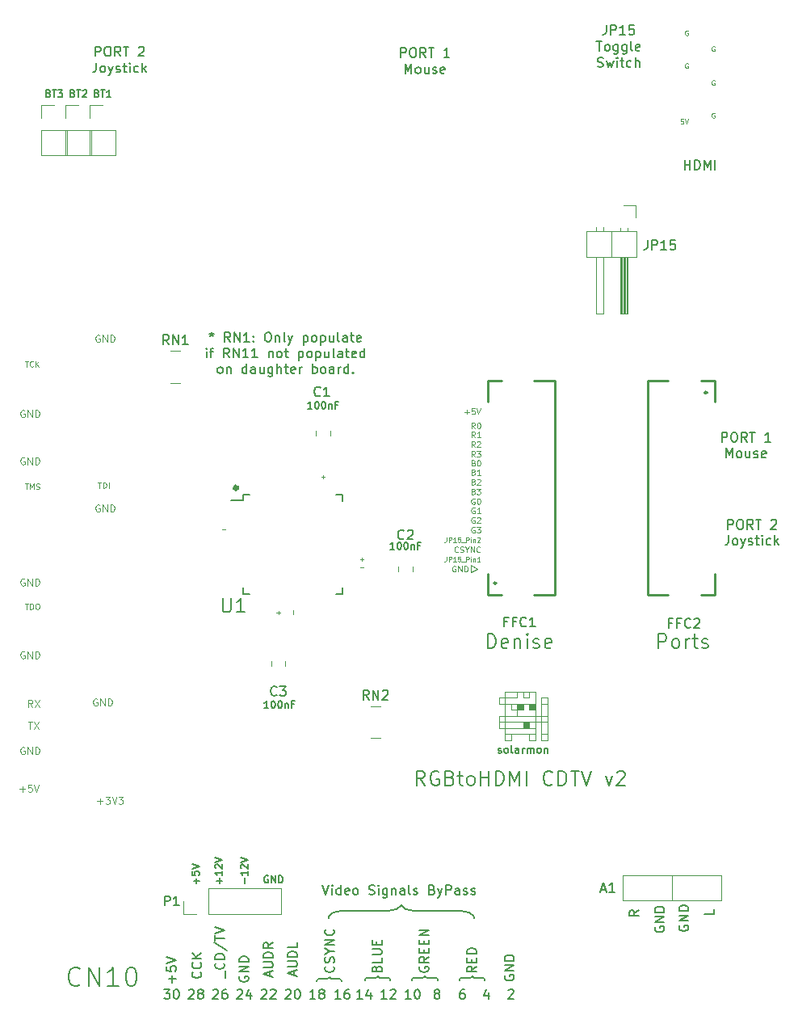
<source format=gbr>
%TF.GenerationSoftware,KiCad,Pcbnew,(5.1.12)-1*%
%TF.CreationDate,2022-03-08T20:35:16+00:00*%
%TF.ProjectId,RGBtoHDMI CDTV v2,52474274-6f48-4444-9d49-204344545620,1*%
%TF.SameCoordinates,Original*%
%TF.FileFunction,Legend,Top*%
%TF.FilePolarity,Positive*%
%FSLAX46Y46*%
G04 Gerber Fmt 4.6, Leading zero omitted, Abs format (unit mm)*
G04 Created by KiCad (PCBNEW (5.1.12)-1) date 2022-03-08 20:35:16*
%MOMM*%
%LPD*%
G01*
G04 APERTURE LIST*
%ADD10C,0.150000*%
%ADD11C,0.100000*%
%ADD12C,0.200000*%
%ADD13C,0.120000*%
%ADD14C,0.500000*%
%ADD15C,0.254000*%
G04 APERTURE END LIST*
D10*
X88455571Y-135896000D02*
X88384142Y-135860285D01*
X88277000Y-135860285D01*
X88169857Y-135896000D01*
X88098428Y-135967428D01*
X88062714Y-136038857D01*
X88027000Y-136181714D01*
X88027000Y-136288857D01*
X88062714Y-136431714D01*
X88098428Y-136503142D01*
X88169857Y-136574571D01*
X88277000Y-136610285D01*
X88348428Y-136610285D01*
X88455571Y-136574571D01*
X88491285Y-136538857D01*
X88491285Y-136288857D01*
X88348428Y-136288857D01*
X88812714Y-136610285D02*
X88812714Y-135860285D01*
X89241285Y-136610285D01*
X89241285Y-135860285D01*
X89598428Y-136610285D02*
X89598428Y-135860285D01*
X89777000Y-135860285D01*
X89884142Y-135896000D01*
X89955571Y-135967428D01*
X89991285Y-136038857D01*
X90027000Y-136181714D01*
X90027000Y-136288857D01*
X89991285Y-136431714D01*
X89955571Y-136503142D01*
X89884142Y-136574571D01*
X89777000Y-136610285D01*
X89598428Y-136610285D01*
X86032571Y-136703428D02*
X86032571Y-136132000D01*
X86318285Y-135382000D02*
X86318285Y-135810571D01*
X86318285Y-135596285D02*
X85568285Y-135596285D01*
X85675428Y-135667714D01*
X85746857Y-135739142D01*
X85782571Y-135810571D01*
X85639714Y-135096285D02*
X85604000Y-135060571D01*
X85568285Y-134989142D01*
X85568285Y-134810571D01*
X85604000Y-134739142D01*
X85639714Y-134703428D01*
X85711142Y-134667714D01*
X85782571Y-134667714D01*
X85889714Y-134703428D01*
X86318285Y-135132000D01*
X86318285Y-134667714D01*
X85568285Y-134453428D02*
X86318285Y-134203428D01*
X85568285Y-133953428D01*
X83365571Y-136703428D02*
X83365571Y-136132000D01*
X83651285Y-136417714D02*
X83079857Y-136417714D01*
X83651285Y-135382000D02*
X83651285Y-135810571D01*
X83651285Y-135596285D02*
X82901285Y-135596285D01*
X83008428Y-135667714D01*
X83079857Y-135739142D01*
X83115571Y-135810571D01*
X82972714Y-135096285D02*
X82937000Y-135060571D01*
X82901285Y-134989142D01*
X82901285Y-134810571D01*
X82937000Y-134739142D01*
X82972714Y-134703428D01*
X83044142Y-134667714D01*
X83115571Y-134667714D01*
X83222714Y-134703428D01*
X83651285Y-135132000D01*
X83651285Y-134667714D01*
X82901285Y-134453428D02*
X83651285Y-134203428D01*
X82901285Y-133953428D01*
X80952571Y-136727285D02*
X80952571Y-136155857D01*
X81238285Y-136441571D02*
X80666857Y-136441571D01*
X80488285Y-135441571D02*
X80488285Y-135798714D01*
X80845428Y-135834428D01*
X80809714Y-135798714D01*
X80774000Y-135727285D01*
X80774000Y-135548714D01*
X80809714Y-135477285D01*
X80845428Y-135441571D01*
X80916857Y-135405857D01*
X81095428Y-135405857D01*
X81166857Y-135441571D01*
X81202571Y-135477285D01*
X81238285Y-135548714D01*
X81238285Y-135727285D01*
X81202571Y-135798714D01*
X81166857Y-135834428D01*
X80488285Y-135191571D02*
X81238285Y-134941571D01*
X80488285Y-134691571D01*
D11*
X131984761Y-56622190D02*
X131746666Y-56622190D01*
X131722857Y-56860285D01*
X131746666Y-56836476D01*
X131794285Y-56812666D01*
X131913333Y-56812666D01*
X131960952Y-56836476D01*
X131984761Y-56860285D01*
X132008571Y-56907904D01*
X132008571Y-57026952D01*
X131984761Y-57074571D01*
X131960952Y-57098380D01*
X131913333Y-57122190D01*
X131794285Y-57122190D01*
X131746666Y-57098380D01*
X131722857Y-57074571D01*
X132151428Y-56622190D02*
X132318095Y-57122190D01*
X132484761Y-56622190D01*
X132464952Y-47375000D02*
X132417333Y-47351190D01*
X132345904Y-47351190D01*
X132274476Y-47375000D01*
X132226857Y-47422619D01*
X132203047Y-47470238D01*
X132179238Y-47565476D01*
X132179238Y-47636904D01*
X132203047Y-47732142D01*
X132226857Y-47779761D01*
X132274476Y-47827380D01*
X132345904Y-47851190D01*
X132393523Y-47851190D01*
X132464952Y-47827380D01*
X132488761Y-47803571D01*
X132488761Y-47636904D01*
X132393523Y-47636904D01*
X135258952Y-49026000D02*
X135211333Y-49002190D01*
X135139904Y-49002190D01*
X135068476Y-49026000D01*
X135020857Y-49073619D01*
X134997047Y-49121238D01*
X134973238Y-49216476D01*
X134973238Y-49287904D01*
X134997047Y-49383142D01*
X135020857Y-49430761D01*
X135068476Y-49478380D01*
X135139904Y-49502190D01*
X135187523Y-49502190D01*
X135258952Y-49478380D01*
X135282761Y-49454571D01*
X135282761Y-49287904D01*
X135187523Y-49287904D01*
X132464952Y-50804000D02*
X132417333Y-50780190D01*
X132345904Y-50780190D01*
X132274476Y-50804000D01*
X132226857Y-50851619D01*
X132203047Y-50899238D01*
X132179238Y-50994476D01*
X132179238Y-51065904D01*
X132203047Y-51161142D01*
X132226857Y-51208761D01*
X132274476Y-51256380D01*
X132345904Y-51280190D01*
X132393523Y-51280190D01*
X132464952Y-51256380D01*
X132488761Y-51232571D01*
X132488761Y-51065904D01*
X132393523Y-51065904D01*
X135258952Y-52582000D02*
X135211333Y-52558190D01*
X135139904Y-52558190D01*
X135068476Y-52582000D01*
X135020857Y-52629619D01*
X134997047Y-52677238D01*
X134973238Y-52772476D01*
X134973238Y-52843904D01*
X134997047Y-52939142D01*
X135020857Y-52986761D01*
X135068476Y-53034380D01*
X135139904Y-53058190D01*
X135187523Y-53058190D01*
X135258952Y-53034380D01*
X135282761Y-53010571D01*
X135282761Y-52843904D01*
X135187523Y-52843904D01*
X135258952Y-56011000D02*
X135211333Y-55987190D01*
X135139904Y-55987190D01*
X135068476Y-56011000D01*
X135020857Y-56058619D01*
X134997047Y-56106238D01*
X134973238Y-56201476D01*
X134973238Y-56272904D01*
X134997047Y-56368142D01*
X135020857Y-56415761D01*
X135068476Y-56463380D01*
X135139904Y-56487190D01*
X135187523Y-56487190D01*
X135258952Y-56463380D01*
X135282761Y-56439571D01*
X135282761Y-56272904D01*
X135187523Y-56272904D01*
D10*
X82558904Y-78955380D02*
X82558904Y-79193476D01*
X82320809Y-79098238D02*
X82558904Y-79193476D01*
X82796999Y-79098238D01*
X82416047Y-79383952D02*
X82558904Y-79193476D01*
X82701761Y-79383952D01*
X84511285Y-79955380D02*
X84177952Y-79479190D01*
X83939857Y-79955380D02*
X83939857Y-78955380D01*
X84320809Y-78955380D01*
X84416047Y-79003000D01*
X84463666Y-79050619D01*
X84511285Y-79145857D01*
X84511285Y-79288714D01*
X84463666Y-79383952D01*
X84416047Y-79431571D01*
X84320809Y-79479190D01*
X83939857Y-79479190D01*
X84939857Y-79955380D02*
X84939857Y-78955380D01*
X85511285Y-79955380D01*
X85511285Y-78955380D01*
X86511285Y-79955380D02*
X85939857Y-79955380D01*
X86225571Y-79955380D02*
X86225571Y-78955380D01*
X86130333Y-79098238D01*
X86035095Y-79193476D01*
X85939857Y-79241095D01*
X86939857Y-79860142D02*
X86987476Y-79907761D01*
X86939857Y-79955380D01*
X86892238Y-79907761D01*
X86939857Y-79860142D01*
X86939857Y-79955380D01*
X86939857Y-79336333D02*
X86987476Y-79383952D01*
X86939857Y-79431571D01*
X86892238Y-79383952D01*
X86939857Y-79336333D01*
X86939857Y-79431571D01*
X88368428Y-78955380D02*
X88558904Y-78955380D01*
X88654142Y-79003000D01*
X88749380Y-79098238D01*
X88796999Y-79288714D01*
X88796999Y-79622047D01*
X88749380Y-79812523D01*
X88654142Y-79907761D01*
X88558904Y-79955380D01*
X88368428Y-79955380D01*
X88273190Y-79907761D01*
X88177952Y-79812523D01*
X88130333Y-79622047D01*
X88130333Y-79288714D01*
X88177952Y-79098238D01*
X88273190Y-79003000D01*
X88368428Y-78955380D01*
X89225571Y-79288714D02*
X89225571Y-79955380D01*
X89225571Y-79383952D02*
X89273190Y-79336333D01*
X89368428Y-79288714D01*
X89511285Y-79288714D01*
X89606523Y-79336333D01*
X89654142Y-79431571D01*
X89654142Y-79955380D01*
X90273190Y-79955380D02*
X90177952Y-79907761D01*
X90130333Y-79812523D01*
X90130333Y-78955380D01*
X90558904Y-79288714D02*
X90796999Y-79955380D01*
X91035095Y-79288714D02*
X90796999Y-79955380D01*
X90701761Y-80193476D01*
X90654142Y-80241095D01*
X90558904Y-80288714D01*
X92177952Y-79288714D02*
X92177952Y-80288714D01*
X92177952Y-79336333D02*
X92273190Y-79288714D01*
X92463666Y-79288714D01*
X92558904Y-79336333D01*
X92606523Y-79383952D01*
X92654142Y-79479190D01*
X92654142Y-79764904D01*
X92606523Y-79860142D01*
X92558904Y-79907761D01*
X92463666Y-79955380D01*
X92273190Y-79955380D01*
X92177952Y-79907761D01*
X93225571Y-79955380D02*
X93130333Y-79907761D01*
X93082714Y-79860142D01*
X93035095Y-79764904D01*
X93035095Y-79479190D01*
X93082714Y-79383952D01*
X93130333Y-79336333D01*
X93225571Y-79288714D01*
X93368428Y-79288714D01*
X93463666Y-79336333D01*
X93511285Y-79383952D01*
X93558904Y-79479190D01*
X93558904Y-79764904D01*
X93511285Y-79860142D01*
X93463666Y-79907761D01*
X93368428Y-79955380D01*
X93225571Y-79955380D01*
X93987476Y-79288714D02*
X93987476Y-80288714D01*
X93987476Y-79336333D02*
X94082714Y-79288714D01*
X94273190Y-79288714D01*
X94368428Y-79336333D01*
X94416047Y-79383952D01*
X94463666Y-79479190D01*
X94463666Y-79764904D01*
X94416047Y-79860142D01*
X94368428Y-79907761D01*
X94273190Y-79955380D01*
X94082714Y-79955380D01*
X93987476Y-79907761D01*
X95320809Y-79288714D02*
X95320809Y-79955380D01*
X94892238Y-79288714D02*
X94892238Y-79812523D01*
X94939857Y-79907761D01*
X95035095Y-79955380D01*
X95177952Y-79955380D01*
X95273190Y-79907761D01*
X95320809Y-79860142D01*
X95939857Y-79955380D02*
X95844619Y-79907761D01*
X95796999Y-79812523D01*
X95796999Y-78955380D01*
X96749380Y-79955380D02*
X96749380Y-79431571D01*
X96701761Y-79336333D01*
X96606523Y-79288714D01*
X96416047Y-79288714D01*
X96320809Y-79336333D01*
X96749380Y-79907761D02*
X96654142Y-79955380D01*
X96416047Y-79955380D01*
X96320809Y-79907761D01*
X96273190Y-79812523D01*
X96273190Y-79717285D01*
X96320809Y-79622047D01*
X96416047Y-79574428D01*
X96654142Y-79574428D01*
X96749380Y-79526809D01*
X97082714Y-79288714D02*
X97463666Y-79288714D01*
X97225571Y-78955380D02*
X97225571Y-79812523D01*
X97273190Y-79907761D01*
X97368428Y-79955380D01*
X97463666Y-79955380D01*
X98177952Y-79907761D02*
X98082714Y-79955380D01*
X97892238Y-79955380D01*
X97796999Y-79907761D01*
X97749380Y-79812523D01*
X97749380Y-79431571D01*
X97796999Y-79336333D01*
X97892238Y-79288714D01*
X98082714Y-79288714D01*
X98177952Y-79336333D01*
X98225571Y-79431571D01*
X98225571Y-79526809D01*
X97749380Y-79622047D01*
X82011285Y-81605380D02*
X82011285Y-80938714D01*
X82011285Y-80605380D02*
X81963666Y-80653000D01*
X82011285Y-80700619D01*
X82058904Y-80653000D01*
X82011285Y-80605380D01*
X82011285Y-80700619D01*
X82344619Y-80938714D02*
X82725571Y-80938714D01*
X82487476Y-81605380D02*
X82487476Y-80748238D01*
X82535095Y-80653000D01*
X82630333Y-80605380D01*
X82725571Y-80605380D01*
X84392238Y-81605380D02*
X84058904Y-81129190D01*
X83820809Y-81605380D02*
X83820809Y-80605380D01*
X84201761Y-80605380D01*
X84297000Y-80653000D01*
X84344619Y-80700619D01*
X84392238Y-80795857D01*
X84392238Y-80938714D01*
X84344619Y-81033952D01*
X84297000Y-81081571D01*
X84201761Y-81129190D01*
X83820809Y-81129190D01*
X84820809Y-81605380D02*
X84820809Y-80605380D01*
X85392238Y-81605380D01*
X85392238Y-80605380D01*
X86392238Y-81605380D02*
X85820809Y-81605380D01*
X86106523Y-81605380D02*
X86106523Y-80605380D01*
X86011285Y-80748238D01*
X85916047Y-80843476D01*
X85820809Y-80891095D01*
X87344619Y-81605380D02*
X86773190Y-81605380D01*
X87058904Y-81605380D02*
X87058904Y-80605380D01*
X86963666Y-80748238D01*
X86868428Y-80843476D01*
X86773190Y-80891095D01*
X88535095Y-80938714D02*
X88535095Y-81605380D01*
X88535095Y-81033952D02*
X88582714Y-80986333D01*
X88677952Y-80938714D01*
X88820809Y-80938714D01*
X88916047Y-80986333D01*
X88963666Y-81081571D01*
X88963666Y-81605380D01*
X89582714Y-81605380D02*
X89487476Y-81557761D01*
X89439857Y-81510142D01*
X89392238Y-81414904D01*
X89392238Y-81129190D01*
X89439857Y-81033952D01*
X89487476Y-80986333D01*
X89582714Y-80938714D01*
X89725571Y-80938714D01*
X89820809Y-80986333D01*
X89868428Y-81033952D01*
X89916047Y-81129190D01*
X89916047Y-81414904D01*
X89868428Y-81510142D01*
X89820809Y-81557761D01*
X89725571Y-81605380D01*
X89582714Y-81605380D01*
X90201761Y-80938714D02*
X90582714Y-80938714D01*
X90344619Y-80605380D02*
X90344619Y-81462523D01*
X90392238Y-81557761D01*
X90487476Y-81605380D01*
X90582714Y-81605380D01*
X91677952Y-80938714D02*
X91677952Y-81938714D01*
X91677952Y-80986333D02*
X91773190Y-80938714D01*
X91963666Y-80938714D01*
X92058904Y-80986333D01*
X92106523Y-81033952D01*
X92154142Y-81129190D01*
X92154142Y-81414904D01*
X92106523Y-81510142D01*
X92058904Y-81557761D01*
X91963666Y-81605380D01*
X91773190Y-81605380D01*
X91677952Y-81557761D01*
X92725571Y-81605380D02*
X92630333Y-81557761D01*
X92582714Y-81510142D01*
X92535095Y-81414904D01*
X92535095Y-81129190D01*
X92582714Y-81033952D01*
X92630333Y-80986333D01*
X92725571Y-80938714D01*
X92868428Y-80938714D01*
X92963666Y-80986333D01*
X93011285Y-81033952D01*
X93058904Y-81129190D01*
X93058904Y-81414904D01*
X93011285Y-81510142D01*
X92963666Y-81557761D01*
X92868428Y-81605380D01*
X92725571Y-81605380D01*
X93487476Y-80938714D02*
X93487476Y-81938714D01*
X93487476Y-80986333D02*
X93582714Y-80938714D01*
X93773190Y-80938714D01*
X93868428Y-80986333D01*
X93916047Y-81033952D01*
X93963666Y-81129190D01*
X93963666Y-81414904D01*
X93916047Y-81510142D01*
X93868428Y-81557761D01*
X93773190Y-81605380D01*
X93582714Y-81605380D01*
X93487476Y-81557761D01*
X94820809Y-80938714D02*
X94820809Y-81605380D01*
X94392238Y-80938714D02*
X94392238Y-81462523D01*
X94439857Y-81557761D01*
X94535095Y-81605380D01*
X94677952Y-81605380D01*
X94773190Y-81557761D01*
X94820809Y-81510142D01*
X95439857Y-81605380D02*
X95344619Y-81557761D01*
X95297000Y-81462523D01*
X95297000Y-80605380D01*
X96249380Y-81605380D02*
X96249380Y-81081571D01*
X96201761Y-80986333D01*
X96106523Y-80938714D01*
X95916047Y-80938714D01*
X95820809Y-80986333D01*
X96249380Y-81557761D02*
X96154142Y-81605380D01*
X95916047Y-81605380D01*
X95820809Y-81557761D01*
X95773190Y-81462523D01*
X95773190Y-81367285D01*
X95820809Y-81272047D01*
X95916047Y-81224428D01*
X96154142Y-81224428D01*
X96249380Y-81176809D01*
X96582714Y-80938714D02*
X96963666Y-80938714D01*
X96725571Y-80605380D02*
X96725571Y-81462523D01*
X96773190Y-81557761D01*
X96868428Y-81605380D01*
X96963666Y-81605380D01*
X97677952Y-81557761D02*
X97582714Y-81605380D01*
X97392238Y-81605380D01*
X97297000Y-81557761D01*
X97249380Y-81462523D01*
X97249380Y-81081571D01*
X97297000Y-80986333D01*
X97392238Y-80938714D01*
X97582714Y-80938714D01*
X97677952Y-80986333D01*
X97725571Y-81081571D01*
X97725571Y-81176809D01*
X97249380Y-81272047D01*
X98582714Y-81605380D02*
X98582714Y-80605380D01*
X98582714Y-81557761D02*
X98487476Y-81605380D01*
X98297000Y-81605380D01*
X98201761Y-81557761D01*
X98154142Y-81510142D01*
X98106523Y-81414904D01*
X98106523Y-81129190D01*
X98154142Y-81033952D01*
X98201761Y-80986333D01*
X98297000Y-80938714D01*
X98487476Y-80938714D01*
X98582714Y-80986333D01*
X83368428Y-83255380D02*
X83273190Y-83207761D01*
X83225571Y-83160142D01*
X83177952Y-83064904D01*
X83177952Y-82779190D01*
X83225571Y-82683952D01*
X83273190Y-82636333D01*
X83368428Y-82588714D01*
X83511285Y-82588714D01*
X83606523Y-82636333D01*
X83654142Y-82683952D01*
X83701761Y-82779190D01*
X83701761Y-83064904D01*
X83654142Y-83160142D01*
X83606523Y-83207761D01*
X83511285Y-83255380D01*
X83368428Y-83255380D01*
X84130333Y-82588714D02*
X84130333Y-83255380D01*
X84130333Y-82683952D02*
X84177952Y-82636333D01*
X84273190Y-82588714D01*
X84416047Y-82588714D01*
X84511285Y-82636333D01*
X84558904Y-82731571D01*
X84558904Y-83255380D01*
X86225571Y-83255380D02*
X86225571Y-82255380D01*
X86225571Y-83207761D02*
X86130333Y-83255380D01*
X85939857Y-83255380D01*
X85844619Y-83207761D01*
X85797000Y-83160142D01*
X85749380Y-83064904D01*
X85749380Y-82779190D01*
X85797000Y-82683952D01*
X85844619Y-82636333D01*
X85939857Y-82588714D01*
X86130333Y-82588714D01*
X86225571Y-82636333D01*
X87130333Y-83255380D02*
X87130333Y-82731571D01*
X87082714Y-82636333D01*
X86987476Y-82588714D01*
X86797000Y-82588714D01*
X86701761Y-82636333D01*
X87130333Y-83207761D02*
X87035095Y-83255380D01*
X86797000Y-83255380D01*
X86701761Y-83207761D01*
X86654142Y-83112523D01*
X86654142Y-83017285D01*
X86701761Y-82922047D01*
X86797000Y-82874428D01*
X87035095Y-82874428D01*
X87130333Y-82826809D01*
X88035095Y-82588714D02*
X88035095Y-83255380D01*
X87606523Y-82588714D02*
X87606523Y-83112523D01*
X87654142Y-83207761D01*
X87749380Y-83255380D01*
X87892238Y-83255380D01*
X87987476Y-83207761D01*
X88035095Y-83160142D01*
X88939857Y-82588714D02*
X88939857Y-83398238D01*
X88892238Y-83493476D01*
X88844619Y-83541095D01*
X88749380Y-83588714D01*
X88606523Y-83588714D01*
X88511285Y-83541095D01*
X88939857Y-83207761D02*
X88844619Y-83255380D01*
X88654142Y-83255380D01*
X88558904Y-83207761D01*
X88511285Y-83160142D01*
X88463666Y-83064904D01*
X88463666Y-82779190D01*
X88511285Y-82683952D01*
X88558904Y-82636333D01*
X88654142Y-82588714D01*
X88844619Y-82588714D01*
X88939857Y-82636333D01*
X89416047Y-83255380D02*
X89416047Y-82255380D01*
X89844619Y-83255380D02*
X89844619Y-82731571D01*
X89797000Y-82636333D01*
X89701761Y-82588714D01*
X89558904Y-82588714D01*
X89463666Y-82636333D01*
X89416047Y-82683952D01*
X90177952Y-82588714D02*
X90558904Y-82588714D01*
X90320809Y-82255380D02*
X90320809Y-83112523D01*
X90368428Y-83207761D01*
X90463666Y-83255380D01*
X90558904Y-83255380D01*
X91273190Y-83207761D02*
X91177952Y-83255380D01*
X90987476Y-83255380D01*
X90892238Y-83207761D01*
X90844619Y-83112523D01*
X90844619Y-82731571D01*
X90892238Y-82636333D01*
X90987476Y-82588714D01*
X91177952Y-82588714D01*
X91273190Y-82636333D01*
X91320809Y-82731571D01*
X91320809Y-82826809D01*
X90844619Y-82922047D01*
X91749380Y-83255380D02*
X91749380Y-82588714D01*
X91749380Y-82779190D02*
X91797000Y-82683952D01*
X91844619Y-82636333D01*
X91939857Y-82588714D01*
X92035095Y-82588714D01*
X93130333Y-83255380D02*
X93130333Y-82255380D01*
X93130333Y-82636333D02*
X93225571Y-82588714D01*
X93416047Y-82588714D01*
X93511285Y-82636333D01*
X93558904Y-82683952D01*
X93606523Y-82779190D01*
X93606523Y-83064904D01*
X93558904Y-83160142D01*
X93511285Y-83207761D01*
X93416047Y-83255380D01*
X93225571Y-83255380D01*
X93130333Y-83207761D01*
X94177952Y-83255380D02*
X94082714Y-83207761D01*
X94035095Y-83160142D01*
X93987476Y-83064904D01*
X93987476Y-82779190D01*
X94035095Y-82683952D01*
X94082714Y-82636333D01*
X94177952Y-82588714D01*
X94320809Y-82588714D01*
X94416047Y-82636333D01*
X94463666Y-82683952D01*
X94511285Y-82779190D01*
X94511285Y-83064904D01*
X94463666Y-83160142D01*
X94416047Y-83207761D01*
X94320809Y-83255380D01*
X94177952Y-83255380D01*
X95368428Y-83255380D02*
X95368428Y-82731571D01*
X95320809Y-82636333D01*
X95225571Y-82588714D01*
X95035095Y-82588714D01*
X94939857Y-82636333D01*
X95368428Y-83207761D02*
X95273190Y-83255380D01*
X95035095Y-83255380D01*
X94939857Y-83207761D01*
X94892238Y-83112523D01*
X94892238Y-83017285D01*
X94939857Y-82922047D01*
X95035095Y-82874428D01*
X95273190Y-82874428D01*
X95368428Y-82826809D01*
X95844619Y-83255380D02*
X95844619Y-82588714D01*
X95844619Y-82779190D02*
X95892238Y-82683952D01*
X95939857Y-82636333D01*
X96035095Y-82588714D01*
X96130333Y-82588714D01*
X96892238Y-83255380D02*
X96892238Y-82255380D01*
X96892238Y-83207761D02*
X96797000Y-83255380D01*
X96606523Y-83255380D01*
X96511285Y-83207761D01*
X96463666Y-83160142D01*
X96416047Y-83064904D01*
X96416047Y-82779190D01*
X96463666Y-82683952D01*
X96511285Y-82636333D01*
X96606523Y-82588714D01*
X96797000Y-82588714D01*
X96892238Y-82636333D01*
X97368428Y-83160142D02*
X97416047Y-83207761D01*
X97368428Y-83255380D01*
X97320809Y-83207761D01*
X97368428Y-83160142D01*
X97368428Y-83255380D01*
D11*
X107160428Y-102469190D02*
X107160428Y-102826333D01*
X107136619Y-102897761D01*
X107089000Y-102945380D01*
X107017571Y-102969190D01*
X106969952Y-102969190D01*
X107398523Y-102969190D02*
X107398523Y-102469190D01*
X107589000Y-102469190D01*
X107636619Y-102493000D01*
X107660428Y-102516809D01*
X107684238Y-102564428D01*
X107684238Y-102635857D01*
X107660428Y-102683476D01*
X107636619Y-102707285D01*
X107589000Y-102731095D01*
X107398523Y-102731095D01*
X108160428Y-102969190D02*
X107874714Y-102969190D01*
X108017571Y-102969190D02*
X108017571Y-102469190D01*
X107969952Y-102540619D01*
X107922333Y-102588238D01*
X107874714Y-102612047D01*
X108612809Y-102469190D02*
X108374714Y-102469190D01*
X108350904Y-102707285D01*
X108374714Y-102683476D01*
X108422333Y-102659666D01*
X108541380Y-102659666D01*
X108589000Y-102683476D01*
X108612809Y-102707285D01*
X108636619Y-102754904D01*
X108636619Y-102873952D01*
X108612809Y-102921571D01*
X108589000Y-102945380D01*
X108541380Y-102969190D01*
X108422333Y-102969190D01*
X108374714Y-102945380D01*
X108350904Y-102921571D01*
X108731857Y-103016809D02*
X109112809Y-103016809D01*
X109231857Y-102969190D02*
X109231857Y-102469190D01*
X109422333Y-102469190D01*
X109469952Y-102493000D01*
X109493761Y-102516809D01*
X109517571Y-102564428D01*
X109517571Y-102635857D01*
X109493761Y-102683476D01*
X109469952Y-102707285D01*
X109422333Y-102731095D01*
X109231857Y-102731095D01*
X109731857Y-102969190D02*
X109731857Y-102635857D01*
X109731857Y-102469190D02*
X109708047Y-102493000D01*
X109731857Y-102516809D01*
X109755666Y-102493000D01*
X109731857Y-102469190D01*
X109731857Y-102516809D01*
X109969952Y-102635857D02*
X109969952Y-102969190D01*
X109969952Y-102683476D02*
X109993761Y-102659666D01*
X110041380Y-102635857D01*
X110112809Y-102635857D01*
X110160428Y-102659666D01*
X110184238Y-102707285D01*
X110184238Y-102969190D01*
X110684238Y-102969190D02*
X110398523Y-102969190D01*
X110541380Y-102969190D02*
X110541380Y-102469190D01*
X110493761Y-102540619D01*
X110446142Y-102588238D01*
X110398523Y-102612047D01*
X107160428Y-100437190D02*
X107160428Y-100794333D01*
X107136619Y-100865761D01*
X107089000Y-100913380D01*
X107017571Y-100937190D01*
X106969952Y-100937190D01*
X107398523Y-100937190D02*
X107398523Y-100437190D01*
X107589000Y-100437190D01*
X107636619Y-100461000D01*
X107660428Y-100484809D01*
X107684238Y-100532428D01*
X107684238Y-100603857D01*
X107660428Y-100651476D01*
X107636619Y-100675285D01*
X107589000Y-100699095D01*
X107398523Y-100699095D01*
X108160428Y-100937190D02*
X107874714Y-100937190D01*
X108017571Y-100937190D02*
X108017571Y-100437190D01*
X107969952Y-100508619D01*
X107922333Y-100556238D01*
X107874714Y-100580047D01*
X108612809Y-100437190D02*
X108374714Y-100437190D01*
X108350904Y-100675285D01*
X108374714Y-100651476D01*
X108422333Y-100627666D01*
X108541380Y-100627666D01*
X108589000Y-100651476D01*
X108612809Y-100675285D01*
X108636619Y-100722904D01*
X108636619Y-100841952D01*
X108612809Y-100889571D01*
X108589000Y-100913380D01*
X108541380Y-100937190D01*
X108422333Y-100937190D01*
X108374714Y-100913380D01*
X108350904Y-100889571D01*
X108731857Y-100984809D02*
X109112809Y-100984809D01*
X109231857Y-100937190D02*
X109231857Y-100437190D01*
X109422333Y-100437190D01*
X109469952Y-100461000D01*
X109493761Y-100484809D01*
X109517571Y-100532428D01*
X109517571Y-100603857D01*
X109493761Y-100651476D01*
X109469952Y-100675285D01*
X109422333Y-100699095D01*
X109231857Y-100699095D01*
X109731857Y-100937190D02*
X109731857Y-100603857D01*
X109731857Y-100437190D02*
X109708047Y-100461000D01*
X109731857Y-100484809D01*
X109755666Y-100461000D01*
X109731857Y-100437190D01*
X109731857Y-100484809D01*
X109969952Y-100603857D02*
X109969952Y-100937190D01*
X109969952Y-100651476D02*
X109993761Y-100627666D01*
X110041380Y-100603857D01*
X110112809Y-100603857D01*
X110160428Y-100627666D01*
X110184238Y-100675285D01*
X110184238Y-100937190D01*
X110398523Y-100484809D02*
X110422333Y-100461000D01*
X110469952Y-100437190D01*
X110589000Y-100437190D01*
X110636619Y-100461000D01*
X110660428Y-100484809D01*
X110684238Y-100532428D01*
X110684238Y-100580047D01*
X110660428Y-100651476D01*
X110374714Y-100937190D01*
X110684238Y-100937190D01*
D10*
X131580000Y-141096904D02*
X131532380Y-141192142D01*
X131532380Y-141335000D01*
X131580000Y-141477857D01*
X131675238Y-141573095D01*
X131770476Y-141620714D01*
X131960952Y-141668333D01*
X132103809Y-141668333D01*
X132294285Y-141620714D01*
X132389523Y-141573095D01*
X132484761Y-141477857D01*
X132532380Y-141335000D01*
X132532380Y-141239761D01*
X132484761Y-141096904D01*
X132437142Y-141049285D01*
X132103809Y-141049285D01*
X132103809Y-141239761D01*
X132532380Y-140620714D02*
X131532380Y-140620714D01*
X132532380Y-140049285D01*
X131532380Y-140049285D01*
X132532380Y-139573095D02*
X131532380Y-139573095D01*
X131532380Y-139335000D01*
X131580000Y-139192142D01*
X131675238Y-139096904D01*
X131770476Y-139049285D01*
X131960952Y-139001666D01*
X132103809Y-139001666D01*
X132294285Y-139049285D01*
X132389523Y-139096904D01*
X132484761Y-139192142D01*
X132532380Y-139335000D01*
X132532380Y-139573095D01*
X129040000Y-141223904D02*
X128992380Y-141319142D01*
X128992380Y-141462000D01*
X129040000Y-141604857D01*
X129135238Y-141700095D01*
X129230476Y-141747714D01*
X129420952Y-141795333D01*
X129563809Y-141795333D01*
X129754285Y-141747714D01*
X129849523Y-141700095D01*
X129944761Y-141604857D01*
X129992380Y-141462000D01*
X129992380Y-141366761D01*
X129944761Y-141223904D01*
X129897142Y-141176285D01*
X129563809Y-141176285D01*
X129563809Y-141366761D01*
X129992380Y-140747714D02*
X128992380Y-140747714D01*
X129992380Y-140176285D01*
X128992380Y-140176285D01*
X129992380Y-139700095D02*
X128992380Y-139700095D01*
X128992380Y-139462000D01*
X129040000Y-139319142D01*
X129135238Y-139223904D01*
X129230476Y-139176285D01*
X129420952Y-139128666D01*
X129563809Y-139128666D01*
X129754285Y-139176285D01*
X129849523Y-139223904D01*
X129944761Y-139319142D01*
X129992380Y-139462000D01*
X129992380Y-139700095D01*
D12*
X123912476Y-46774380D02*
X123912476Y-47488666D01*
X123864857Y-47631523D01*
X123769619Y-47726761D01*
X123626761Y-47774380D01*
X123531523Y-47774380D01*
X124388666Y-47774380D02*
X124388666Y-46774380D01*
X124769619Y-46774380D01*
X124864857Y-46822000D01*
X124912476Y-46869619D01*
X124960095Y-46964857D01*
X124960095Y-47107714D01*
X124912476Y-47202952D01*
X124864857Y-47250571D01*
X124769619Y-47298190D01*
X124388666Y-47298190D01*
X125912476Y-47774380D02*
X125341047Y-47774380D01*
X125626761Y-47774380D02*
X125626761Y-46774380D01*
X125531523Y-46917238D01*
X125436285Y-47012476D01*
X125341047Y-47060095D01*
X126817238Y-46774380D02*
X126341047Y-46774380D01*
X126293428Y-47250571D01*
X126341047Y-47202952D01*
X126436285Y-47155333D01*
X126674380Y-47155333D01*
X126769619Y-47202952D01*
X126817238Y-47250571D01*
X126864857Y-47345809D01*
X126864857Y-47583904D01*
X126817238Y-47679142D01*
X126769619Y-47726761D01*
X126674380Y-47774380D01*
X126436285Y-47774380D01*
X126341047Y-47726761D01*
X126293428Y-47679142D01*
X122888666Y-48474380D02*
X123460095Y-48474380D01*
X123174380Y-49474380D02*
X123174380Y-48474380D01*
X123936285Y-49474380D02*
X123841047Y-49426761D01*
X123793428Y-49379142D01*
X123745809Y-49283904D01*
X123745809Y-48998190D01*
X123793428Y-48902952D01*
X123841047Y-48855333D01*
X123936285Y-48807714D01*
X124079142Y-48807714D01*
X124174380Y-48855333D01*
X124222000Y-48902952D01*
X124269619Y-48998190D01*
X124269619Y-49283904D01*
X124222000Y-49379142D01*
X124174380Y-49426761D01*
X124079142Y-49474380D01*
X123936285Y-49474380D01*
X125126761Y-48807714D02*
X125126761Y-49617238D01*
X125079142Y-49712476D01*
X125031523Y-49760095D01*
X124936285Y-49807714D01*
X124793428Y-49807714D01*
X124698190Y-49760095D01*
X125126761Y-49426761D02*
X125031523Y-49474380D01*
X124841047Y-49474380D01*
X124745809Y-49426761D01*
X124698190Y-49379142D01*
X124650571Y-49283904D01*
X124650571Y-48998190D01*
X124698190Y-48902952D01*
X124745809Y-48855333D01*
X124841047Y-48807714D01*
X125031523Y-48807714D01*
X125126761Y-48855333D01*
X126031523Y-48807714D02*
X126031523Y-49617238D01*
X125983904Y-49712476D01*
X125936285Y-49760095D01*
X125841047Y-49807714D01*
X125698190Y-49807714D01*
X125602952Y-49760095D01*
X126031523Y-49426761D02*
X125936285Y-49474380D01*
X125745809Y-49474380D01*
X125650571Y-49426761D01*
X125602952Y-49379142D01*
X125555333Y-49283904D01*
X125555333Y-48998190D01*
X125602952Y-48902952D01*
X125650571Y-48855333D01*
X125745809Y-48807714D01*
X125936285Y-48807714D01*
X126031523Y-48855333D01*
X126650571Y-49474380D02*
X126555333Y-49426761D01*
X126507714Y-49331523D01*
X126507714Y-48474380D01*
X127412476Y-49426761D02*
X127317238Y-49474380D01*
X127126761Y-49474380D01*
X127031523Y-49426761D01*
X126983904Y-49331523D01*
X126983904Y-48950571D01*
X127031523Y-48855333D01*
X127126761Y-48807714D01*
X127317238Y-48807714D01*
X127412476Y-48855333D01*
X127460095Y-48950571D01*
X127460095Y-49045809D01*
X126983904Y-49141047D01*
X123007714Y-51126761D02*
X123150571Y-51174380D01*
X123388666Y-51174380D01*
X123483904Y-51126761D01*
X123531523Y-51079142D01*
X123579142Y-50983904D01*
X123579142Y-50888666D01*
X123531523Y-50793428D01*
X123483904Y-50745809D01*
X123388666Y-50698190D01*
X123198190Y-50650571D01*
X123102952Y-50602952D01*
X123055333Y-50555333D01*
X123007714Y-50460095D01*
X123007714Y-50364857D01*
X123055333Y-50269619D01*
X123102952Y-50222000D01*
X123198190Y-50174380D01*
X123436285Y-50174380D01*
X123579142Y-50222000D01*
X123912476Y-50507714D02*
X124102952Y-51174380D01*
X124293428Y-50698190D01*
X124483904Y-51174380D01*
X124674380Y-50507714D01*
X125055333Y-51174380D02*
X125055333Y-50507714D01*
X125055333Y-50174380D02*
X125007714Y-50222000D01*
X125055333Y-50269619D01*
X125102952Y-50222000D01*
X125055333Y-50174380D01*
X125055333Y-50269619D01*
X125388666Y-50507714D02*
X125769619Y-50507714D01*
X125531523Y-50174380D02*
X125531523Y-51031523D01*
X125579142Y-51126761D01*
X125674380Y-51174380D01*
X125769619Y-51174380D01*
X126531523Y-51126761D02*
X126436285Y-51174380D01*
X126245809Y-51174380D01*
X126150571Y-51126761D01*
X126102952Y-51079142D01*
X126055333Y-50983904D01*
X126055333Y-50698190D01*
X126102952Y-50602952D01*
X126150571Y-50555333D01*
X126245809Y-50507714D01*
X126436285Y-50507714D01*
X126531523Y-50555333D01*
X126960095Y-51174380D02*
X126960095Y-50174380D01*
X127388666Y-51174380D02*
X127388666Y-50650571D01*
X127341047Y-50555333D01*
X127245809Y-50507714D01*
X127102952Y-50507714D01*
X127007714Y-50555333D01*
X126960095Y-50602952D01*
X132135761Y-61920380D02*
X132135761Y-60920380D01*
X132135761Y-61396571D02*
X132707190Y-61396571D01*
X132707190Y-61920380D02*
X132707190Y-60920380D01*
X133183380Y-61920380D02*
X133183380Y-60920380D01*
X133421476Y-60920380D01*
X133564333Y-60968000D01*
X133659571Y-61063238D01*
X133707190Y-61158476D01*
X133754809Y-61348952D01*
X133754809Y-61491809D01*
X133707190Y-61682285D01*
X133659571Y-61777523D01*
X133564333Y-61872761D01*
X133421476Y-61920380D01*
X133183380Y-61920380D01*
X134183380Y-61920380D02*
X134183380Y-60920380D01*
X134516714Y-61634666D01*
X134850047Y-60920380D01*
X134850047Y-61920380D01*
X135326238Y-61920380D02*
X135326238Y-60920380D01*
X70374190Y-50021380D02*
X70374190Y-49021380D01*
X70755142Y-49021380D01*
X70850380Y-49069000D01*
X70898000Y-49116619D01*
X70945619Y-49211857D01*
X70945619Y-49354714D01*
X70898000Y-49449952D01*
X70850380Y-49497571D01*
X70755142Y-49545190D01*
X70374190Y-49545190D01*
X71564666Y-49021380D02*
X71755142Y-49021380D01*
X71850380Y-49069000D01*
X71945619Y-49164238D01*
X71993238Y-49354714D01*
X71993238Y-49688047D01*
X71945619Y-49878523D01*
X71850380Y-49973761D01*
X71755142Y-50021380D01*
X71564666Y-50021380D01*
X71469428Y-49973761D01*
X71374190Y-49878523D01*
X71326571Y-49688047D01*
X71326571Y-49354714D01*
X71374190Y-49164238D01*
X71469428Y-49069000D01*
X71564666Y-49021380D01*
X72993238Y-50021380D02*
X72659904Y-49545190D01*
X72421809Y-50021380D02*
X72421809Y-49021380D01*
X72802761Y-49021380D01*
X72898000Y-49069000D01*
X72945619Y-49116619D01*
X72993238Y-49211857D01*
X72993238Y-49354714D01*
X72945619Y-49449952D01*
X72898000Y-49497571D01*
X72802761Y-49545190D01*
X72421809Y-49545190D01*
X73278952Y-49021380D02*
X73850380Y-49021380D01*
X73564666Y-50021380D02*
X73564666Y-49021380D01*
X74898000Y-49116619D02*
X74945619Y-49069000D01*
X75040857Y-49021380D01*
X75278952Y-49021380D01*
X75374190Y-49069000D01*
X75421809Y-49116619D01*
X75469428Y-49211857D01*
X75469428Y-49307095D01*
X75421809Y-49449952D01*
X74850380Y-50021380D01*
X75469428Y-50021380D01*
X70445619Y-50721380D02*
X70445619Y-51435666D01*
X70398000Y-51578523D01*
X70302761Y-51673761D01*
X70159904Y-51721380D01*
X70064666Y-51721380D01*
X71064666Y-51721380D02*
X70969428Y-51673761D01*
X70921809Y-51626142D01*
X70874190Y-51530904D01*
X70874190Y-51245190D01*
X70921809Y-51149952D01*
X70969428Y-51102333D01*
X71064666Y-51054714D01*
X71207523Y-51054714D01*
X71302761Y-51102333D01*
X71350380Y-51149952D01*
X71398000Y-51245190D01*
X71398000Y-51530904D01*
X71350380Y-51626142D01*
X71302761Y-51673761D01*
X71207523Y-51721380D01*
X71064666Y-51721380D01*
X71731333Y-51054714D02*
X71969428Y-51721380D01*
X72207523Y-51054714D02*
X71969428Y-51721380D01*
X71874190Y-51959476D01*
X71826571Y-52007095D01*
X71731333Y-52054714D01*
X72540857Y-51673761D02*
X72636095Y-51721380D01*
X72826571Y-51721380D01*
X72921809Y-51673761D01*
X72969428Y-51578523D01*
X72969428Y-51530904D01*
X72921809Y-51435666D01*
X72826571Y-51388047D01*
X72683714Y-51388047D01*
X72588476Y-51340428D01*
X72540857Y-51245190D01*
X72540857Y-51197571D01*
X72588476Y-51102333D01*
X72683714Y-51054714D01*
X72826571Y-51054714D01*
X72921809Y-51102333D01*
X73255142Y-51054714D02*
X73636095Y-51054714D01*
X73398000Y-50721380D02*
X73398000Y-51578523D01*
X73445619Y-51673761D01*
X73540857Y-51721380D01*
X73636095Y-51721380D01*
X73969428Y-51721380D02*
X73969428Y-51054714D01*
X73969428Y-50721380D02*
X73921809Y-50769000D01*
X73969428Y-50816619D01*
X74017047Y-50769000D01*
X73969428Y-50721380D01*
X73969428Y-50816619D01*
X74874190Y-51673761D02*
X74778952Y-51721380D01*
X74588476Y-51721380D01*
X74493238Y-51673761D01*
X74445619Y-51626142D01*
X74398000Y-51530904D01*
X74398000Y-51245190D01*
X74445619Y-51149952D01*
X74493238Y-51102333D01*
X74588476Y-51054714D01*
X74778952Y-51054714D01*
X74874190Y-51102333D01*
X75302761Y-51721380D02*
X75302761Y-50721380D01*
X75398000Y-51340428D02*
X75683714Y-51721380D01*
X75683714Y-51054714D02*
X75302761Y-51435666D01*
X102378190Y-50148380D02*
X102378190Y-49148380D01*
X102759142Y-49148380D01*
X102854380Y-49196000D01*
X102902000Y-49243619D01*
X102949619Y-49338857D01*
X102949619Y-49481714D01*
X102902000Y-49576952D01*
X102854380Y-49624571D01*
X102759142Y-49672190D01*
X102378190Y-49672190D01*
X103568666Y-49148380D02*
X103759142Y-49148380D01*
X103854380Y-49196000D01*
X103949619Y-49291238D01*
X103997238Y-49481714D01*
X103997238Y-49815047D01*
X103949619Y-50005523D01*
X103854380Y-50100761D01*
X103759142Y-50148380D01*
X103568666Y-50148380D01*
X103473428Y-50100761D01*
X103378190Y-50005523D01*
X103330571Y-49815047D01*
X103330571Y-49481714D01*
X103378190Y-49291238D01*
X103473428Y-49196000D01*
X103568666Y-49148380D01*
X104997238Y-50148380D02*
X104663904Y-49672190D01*
X104425809Y-50148380D02*
X104425809Y-49148380D01*
X104806761Y-49148380D01*
X104902000Y-49196000D01*
X104949619Y-49243619D01*
X104997238Y-49338857D01*
X104997238Y-49481714D01*
X104949619Y-49576952D01*
X104902000Y-49624571D01*
X104806761Y-49672190D01*
X104425809Y-49672190D01*
X105282952Y-49148380D02*
X105854380Y-49148380D01*
X105568666Y-50148380D02*
X105568666Y-49148380D01*
X107473428Y-50148380D02*
X106902000Y-50148380D01*
X107187714Y-50148380D02*
X107187714Y-49148380D01*
X107092476Y-49291238D01*
X106997238Y-49386476D01*
X106902000Y-49434095D01*
X102830571Y-51848380D02*
X102830571Y-50848380D01*
X103163904Y-51562666D01*
X103497238Y-50848380D01*
X103497238Y-51848380D01*
X104116285Y-51848380D02*
X104021047Y-51800761D01*
X103973428Y-51753142D01*
X103925809Y-51657904D01*
X103925809Y-51372190D01*
X103973428Y-51276952D01*
X104021047Y-51229333D01*
X104116285Y-51181714D01*
X104259142Y-51181714D01*
X104354380Y-51229333D01*
X104402000Y-51276952D01*
X104449619Y-51372190D01*
X104449619Y-51657904D01*
X104402000Y-51753142D01*
X104354380Y-51800761D01*
X104259142Y-51848380D01*
X104116285Y-51848380D01*
X105306761Y-51181714D02*
X105306761Y-51848380D01*
X104878190Y-51181714D02*
X104878190Y-51705523D01*
X104925809Y-51800761D01*
X105021047Y-51848380D01*
X105163904Y-51848380D01*
X105259142Y-51800761D01*
X105306761Y-51753142D01*
X105735333Y-51800761D02*
X105830571Y-51848380D01*
X106021047Y-51848380D01*
X106116285Y-51800761D01*
X106163904Y-51705523D01*
X106163904Y-51657904D01*
X106116285Y-51562666D01*
X106021047Y-51515047D01*
X105878190Y-51515047D01*
X105782952Y-51467428D01*
X105735333Y-51372190D01*
X105735333Y-51324571D01*
X105782952Y-51229333D01*
X105878190Y-51181714D01*
X106021047Y-51181714D01*
X106116285Y-51229333D01*
X106973428Y-51800761D02*
X106878190Y-51848380D01*
X106687714Y-51848380D01*
X106592476Y-51800761D01*
X106544857Y-51705523D01*
X106544857Y-51324571D01*
X106592476Y-51229333D01*
X106687714Y-51181714D01*
X106878190Y-51181714D01*
X106973428Y-51229333D01*
X107021047Y-51324571D01*
X107021047Y-51419809D01*
X106544857Y-51515047D01*
D10*
X136033190Y-90432380D02*
X136033190Y-89432380D01*
X136414142Y-89432380D01*
X136509380Y-89480000D01*
X136557000Y-89527619D01*
X136604619Y-89622857D01*
X136604619Y-89765714D01*
X136557000Y-89860952D01*
X136509380Y-89908571D01*
X136414142Y-89956190D01*
X136033190Y-89956190D01*
X137223666Y-89432380D02*
X137414142Y-89432380D01*
X137509380Y-89480000D01*
X137604619Y-89575238D01*
X137652238Y-89765714D01*
X137652238Y-90099047D01*
X137604619Y-90289523D01*
X137509380Y-90384761D01*
X137414142Y-90432380D01*
X137223666Y-90432380D01*
X137128428Y-90384761D01*
X137033190Y-90289523D01*
X136985571Y-90099047D01*
X136985571Y-89765714D01*
X137033190Y-89575238D01*
X137128428Y-89480000D01*
X137223666Y-89432380D01*
X138652238Y-90432380D02*
X138318904Y-89956190D01*
X138080809Y-90432380D02*
X138080809Y-89432380D01*
X138461761Y-89432380D01*
X138557000Y-89480000D01*
X138604619Y-89527619D01*
X138652238Y-89622857D01*
X138652238Y-89765714D01*
X138604619Y-89860952D01*
X138557000Y-89908571D01*
X138461761Y-89956190D01*
X138080809Y-89956190D01*
X138937952Y-89432380D02*
X139509380Y-89432380D01*
X139223666Y-90432380D02*
X139223666Y-89432380D01*
X141128428Y-90432380D02*
X140557000Y-90432380D01*
X140842714Y-90432380D02*
X140842714Y-89432380D01*
X140747476Y-89575238D01*
X140652238Y-89670476D01*
X140557000Y-89718095D01*
X136485571Y-92082380D02*
X136485571Y-91082380D01*
X136818904Y-91796666D01*
X137152238Y-91082380D01*
X137152238Y-92082380D01*
X137771285Y-92082380D02*
X137676047Y-92034761D01*
X137628428Y-91987142D01*
X137580809Y-91891904D01*
X137580809Y-91606190D01*
X137628428Y-91510952D01*
X137676047Y-91463333D01*
X137771285Y-91415714D01*
X137914142Y-91415714D01*
X138009380Y-91463333D01*
X138057000Y-91510952D01*
X138104619Y-91606190D01*
X138104619Y-91891904D01*
X138057000Y-91987142D01*
X138009380Y-92034761D01*
X137914142Y-92082380D01*
X137771285Y-92082380D01*
X138961761Y-91415714D02*
X138961761Y-92082380D01*
X138533190Y-91415714D02*
X138533190Y-91939523D01*
X138580809Y-92034761D01*
X138676047Y-92082380D01*
X138818904Y-92082380D01*
X138914142Y-92034761D01*
X138961761Y-91987142D01*
X139390333Y-92034761D02*
X139485571Y-92082380D01*
X139676047Y-92082380D01*
X139771285Y-92034761D01*
X139818904Y-91939523D01*
X139818904Y-91891904D01*
X139771285Y-91796666D01*
X139676047Y-91749047D01*
X139533190Y-91749047D01*
X139437952Y-91701428D01*
X139390333Y-91606190D01*
X139390333Y-91558571D01*
X139437952Y-91463333D01*
X139533190Y-91415714D01*
X139676047Y-91415714D01*
X139771285Y-91463333D01*
X140628428Y-92034761D02*
X140533190Y-92082380D01*
X140342714Y-92082380D01*
X140247476Y-92034761D01*
X140199857Y-91939523D01*
X140199857Y-91558571D01*
X140247476Y-91463333D01*
X140342714Y-91415714D01*
X140533190Y-91415714D01*
X140628428Y-91463333D01*
X140676047Y-91558571D01*
X140676047Y-91653809D01*
X140199857Y-91749047D01*
X136668190Y-99576380D02*
X136668190Y-98576380D01*
X137049142Y-98576380D01*
X137144380Y-98624000D01*
X137192000Y-98671619D01*
X137239619Y-98766857D01*
X137239619Y-98909714D01*
X137192000Y-99004952D01*
X137144380Y-99052571D01*
X137049142Y-99100190D01*
X136668190Y-99100190D01*
X137858666Y-98576380D02*
X138049142Y-98576380D01*
X138144380Y-98624000D01*
X138239619Y-98719238D01*
X138287238Y-98909714D01*
X138287238Y-99243047D01*
X138239619Y-99433523D01*
X138144380Y-99528761D01*
X138049142Y-99576380D01*
X137858666Y-99576380D01*
X137763428Y-99528761D01*
X137668190Y-99433523D01*
X137620571Y-99243047D01*
X137620571Y-98909714D01*
X137668190Y-98719238D01*
X137763428Y-98624000D01*
X137858666Y-98576380D01*
X139287238Y-99576380D02*
X138953904Y-99100190D01*
X138715809Y-99576380D02*
X138715809Y-98576380D01*
X139096761Y-98576380D01*
X139192000Y-98624000D01*
X139239619Y-98671619D01*
X139287238Y-98766857D01*
X139287238Y-98909714D01*
X139239619Y-99004952D01*
X139192000Y-99052571D01*
X139096761Y-99100190D01*
X138715809Y-99100190D01*
X139572952Y-98576380D02*
X140144380Y-98576380D01*
X139858666Y-99576380D02*
X139858666Y-98576380D01*
X141192000Y-98671619D02*
X141239619Y-98624000D01*
X141334857Y-98576380D01*
X141572952Y-98576380D01*
X141668190Y-98624000D01*
X141715809Y-98671619D01*
X141763428Y-98766857D01*
X141763428Y-98862095D01*
X141715809Y-99004952D01*
X141144380Y-99576380D01*
X141763428Y-99576380D01*
X136739619Y-100226380D02*
X136739619Y-100940666D01*
X136692000Y-101083523D01*
X136596761Y-101178761D01*
X136453904Y-101226380D01*
X136358666Y-101226380D01*
X137358666Y-101226380D02*
X137263428Y-101178761D01*
X137215809Y-101131142D01*
X137168190Y-101035904D01*
X137168190Y-100750190D01*
X137215809Y-100654952D01*
X137263428Y-100607333D01*
X137358666Y-100559714D01*
X137501523Y-100559714D01*
X137596761Y-100607333D01*
X137644380Y-100654952D01*
X137692000Y-100750190D01*
X137692000Y-101035904D01*
X137644380Y-101131142D01*
X137596761Y-101178761D01*
X137501523Y-101226380D01*
X137358666Y-101226380D01*
X138025333Y-100559714D02*
X138263428Y-101226380D01*
X138501523Y-100559714D02*
X138263428Y-101226380D01*
X138168190Y-101464476D01*
X138120571Y-101512095D01*
X138025333Y-101559714D01*
X138834857Y-101178761D02*
X138930095Y-101226380D01*
X139120571Y-101226380D01*
X139215809Y-101178761D01*
X139263428Y-101083523D01*
X139263428Y-101035904D01*
X139215809Y-100940666D01*
X139120571Y-100893047D01*
X138977714Y-100893047D01*
X138882476Y-100845428D01*
X138834857Y-100750190D01*
X138834857Y-100702571D01*
X138882476Y-100607333D01*
X138977714Y-100559714D01*
X139120571Y-100559714D01*
X139215809Y-100607333D01*
X139549142Y-100559714D02*
X139930095Y-100559714D01*
X139692000Y-100226380D02*
X139692000Y-101083523D01*
X139739619Y-101178761D01*
X139834857Y-101226380D01*
X139930095Y-101226380D01*
X140263428Y-101226380D02*
X140263428Y-100559714D01*
X140263428Y-100226380D02*
X140215809Y-100274000D01*
X140263428Y-100321619D01*
X140311047Y-100274000D01*
X140263428Y-100226380D01*
X140263428Y-100321619D01*
X141168190Y-101178761D02*
X141072952Y-101226380D01*
X140882476Y-101226380D01*
X140787238Y-101178761D01*
X140739619Y-101131142D01*
X140692000Y-101035904D01*
X140692000Y-100750190D01*
X140739619Y-100654952D01*
X140787238Y-100607333D01*
X140882476Y-100559714D01*
X141072952Y-100559714D01*
X141168190Y-100607333D01*
X141596761Y-101226380D02*
X141596761Y-100226380D01*
X141692000Y-100845428D02*
X141977714Y-101226380D01*
X141977714Y-100559714D02*
X141596761Y-100940666D01*
X129381571Y-112057571D02*
X129381571Y-110557571D01*
X129953000Y-110557571D01*
X130095857Y-110629000D01*
X130167285Y-110700428D01*
X130238714Y-110843285D01*
X130238714Y-111057571D01*
X130167285Y-111200428D01*
X130095857Y-111271857D01*
X129953000Y-111343285D01*
X129381571Y-111343285D01*
X131095857Y-112057571D02*
X130953000Y-111986142D01*
X130881571Y-111914714D01*
X130810142Y-111771857D01*
X130810142Y-111343285D01*
X130881571Y-111200428D01*
X130953000Y-111129000D01*
X131095857Y-111057571D01*
X131310142Y-111057571D01*
X131453000Y-111129000D01*
X131524428Y-111200428D01*
X131595857Y-111343285D01*
X131595857Y-111771857D01*
X131524428Y-111914714D01*
X131453000Y-111986142D01*
X131310142Y-112057571D01*
X131095857Y-112057571D01*
X132238714Y-112057571D02*
X132238714Y-111057571D01*
X132238714Y-111343285D02*
X132310142Y-111200428D01*
X132381571Y-111129000D01*
X132524428Y-111057571D01*
X132667285Y-111057571D01*
X132953000Y-111057571D02*
X133524428Y-111057571D01*
X133167285Y-110557571D02*
X133167285Y-111843285D01*
X133238714Y-111986142D01*
X133381571Y-112057571D01*
X133524428Y-112057571D01*
X133953000Y-111986142D02*
X134095857Y-112057571D01*
X134381571Y-112057571D01*
X134524428Y-111986142D01*
X134595857Y-111843285D01*
X134595857Y-111771857D01*
X134524428Y-111629000D01*
X134381571Y-111557571D01*
X134167285Y-111557571D01*
X134024428Y-111486142D01*
X133953000Y-111343285D01*
X133953000Y-111271857D01*
X134024428Y-111129000D01*
X134167285Y-111057571D01*
X134381571Y-111057571D01*
X134524428Y-111129000D01*
X111486571Y-112057571D02*
X111486571Y-110557571D01*
X111843714Y-110557571D01*
X112058000Y-110629000D01*
X112200857Y-110771857D01*
X112272285Y-110914714D01*
X112343714Y-111200428D01*
X112343714Y-111414714D01*
X112272285Y-111700428D01*
X112200857Y-111843285D01*
X112058000Y-111986142D01*
X111843714Y-112057571D01*
X111486571Y-112057571D01*
X113558000Y-111986142D02*
X113415142Y-112057571D01*
X113129428Y-112057571D01*
X112986571Y-111986142D01*
X112915142Y-111843285D01*
X112915142Y-111271857D01*
X112986571Y-111129000D01*
X113129428Y-111057571D01*
X113415142Y-111057571D01*
X113558000Y-111129000D01*
X113629428Y-111271857D01*
X113629428Y-111414714D01*
X112915142Y-111557571D01*
X114272285Y-111057571D02*
X114272285Y-112057571D01*
X114272285Y-111200428D02*
X114343714Y-111129000D01*
X114486571Y-111057571D01*
X114700857Y-111057571D01*
X114843714Y-111129000D01*
X114915142Y-111271857D01*
X114915142Y-112057571D01*
X115629428Y-112057571D02*
X115629428Y-111057571D01*
X115629428Y-110557571D02*
X115558000Y-110629000D01*
X115629428Y-110700428D01*
X115700857Y-110629000D01*
X115629428Y-110557571D01*
X115629428Y-110700428D01*
X116272285Y-111986142D02*
X116415142Y-112057571D01*
X116700857Y-112057571D01*
X116843714Y-111986142D01*
X116915142Y-111843285D01*
X116915142Y-111771857D01*
X116843714Y-111629000D01*
X116700857Y-111557571D01*
X116486571Y-111557571D01*
X116343714Y-111486142D01*
X116272285Y-111343285D01*
X116272285Y-111271857D01*
X116343714Y-111129000D01*
X116486571Y-111057571D01*
X116700857Y-111057571D01*
X116843714Y-111129000D01*
X118129428Y-111986142D02*
X117986571Y-112057571D01*
X117700857Y-112057571D01*
X117558000Y-111986142D01*
X117486571Y-111843285D01*
X117486571Y-111271857D01*
X117558000Y-111129000D01*
X117700857Y-111057571D01*
X117986571Y-111057571D01*
X118129428Y-111129000D01*
X118200857Y-111271857D01*
X118200857Y-111414714D01*
X117486571Y-111557571D01*
X83986619Y-146605285D02*
X83986619Y-145843380D01*
X83796142Y-145033857D02*
X83843761Y-145081476D01*
X83891380Y-145224333D01*
X83891380Y-145319571D01*
X83843761Y-145462428D01*
X83748523Y-145557666D01*
X83653285Y-145605285D01*
X83462809Y-145652904D01*
X83319952Y-145652904D01*
X83129476Y-145605285D01*
X83034238Y-145557666D01*
X82939000Y-145462428D01*
X82891380Y-145319571D01*
X82891380Y-145224333D01*
X82939000Y-145081476D01*
X82986619Y-145033857D01*
X83891380Y-144605285D02*
X82891380Y-144605285D01*
X82891380Y-144367190D01*
X82939000Y-144224333D01*
X83034238Y-144129095D01*
X83129476Y-144081476D01*
X83319952Y-144033857D01*
X83462809Y-144033857D01*
X83653285Y-144081476D01*
X83748523Y-144129095D01*
X83843761Y-144224333D01*
X83891380Y-144367190D01*
X83891380Y-144605285D01*
X82843761Y-142891000D02*
X84129476Y-143748142D01*
X82891380Y-142700523D02*
X82891380Y-142129095D01*
X83891380Y-142414809D02*
X82891380Y-142414809D01*
X82891380Y-141938619D02*
X83891380Y-141605285D01*
X82891380Y-141271952D01*
X81383142Y-145978476D02*
X81430761Y-146026095D01*
X81478380Y-146168952D01*
X81478380Y-146264190D01*
X81430761Y-146407047D01*
X81335523Y-146502285D01*
X81240285Y-146549904D01*
X81049809Y-146597523D01*
X80906952Y-146597523D01*
X80716476Y-146549904D01*
X80621238Y-146502285D01*
X80526000Y-146407047D01*
X80478380Y-146264190D01*
X80478380Y-146168952D01*
X80526000Y-146026095D01*
X80573619Y-145978476D01*
X81383142Y-144978476D02*
X81430761Y-145026095D01*
X81478380Y-145168952D01*
X81478380Y-145264190D01*
X81430761Y-145407047D01*
X81335523Y-145502285D01*
X81240285Y-145549904D01*
X81049809Y-145597523D01*
X80906952Y-145597523D01*
X80716476Y-145549904D01*
X80621238Y-145502285D01*
X80526000Y-145407047D01*
X80478380Y-145264190D01*
X80478380Y-145168952D01*
X80526000Y-145026095D01*
X80573619Y-144978476D01*
X81478380Y-144549904D02*
X80478380Y-144549904D01*
X81478380Y-143978476D02*
X80906952Y-144407047D01*
X80478380Y-143978476D02*
X81049809Y-144549904D01*
X135199380Y-139390476D02*
X135199380Y-139866666D01*
X134199380Y-139866666D01*
X127325380Y-139517476D02*
X126849190Y-139850809D01*
X127325380Y-140088904D02*
X126325380Y-140088904D01*
X126325380Y-139707952D01*
X126373000Y-139612714D01*
X126420619Y-139565095D01*
X126515857Y-139517476D01*
X126658714Y-139517476D01*
X126753952Y-139565095D01*
X126801571Y-139612714D01*
X126849190Y-139707952D01*
X126849190Y-140088904D01*
X91225666Y-146319666D02*
X91225666Y-145843476D01*
X91511380Y-146414904D02*
X90511380Y-146081571D01*
X91511380Y-145748238D01*
X90511380Y-145414904D02*
X91320904Y-145414904D01*
X91416142Y-145367285D01*
X91463761Y-145319666D01*
X91511380Y-145224428D01*
X91511380Y-145033952D01*
X91463761Y-144938714D01*
X91416142Y-144891095D01*
X91320904Y-144843476D01*
X90511380Y-144843476D01*
X91511380Y-144367285D02*
X90511380Y-144367285D01*
X90511380Y-144129190D01*
X90559000Y-143986333D01*
X90654238Y-143891095D01*
X90749476Y-143843476D01*
X90939952Y-143795857D01*
X91082809Y-143795857D01*
X91273285Y-143843476D01*
X91368523Y-143891095D01*
X91463761Y-143986333D01*
X91511380Y-144129190D01*
X91511380Y-144367285D01*
X91511380Y-142891095D02*
X91511380Y-143367285D01*
X90511380Y-143367285D01*
X88685666Y-146414904D02*
X88685666Y-145938714D01*
X88971380Y-146510142D02*
X87971380Y-146176809D01*
X88971380Y-145843476D01*
X87971380Y-145510142D02*
X88780904Y-145510142D01*
X88876142Y-145462523D01*
X88923761Y-145414904D01*
X88971380Y-145319666D01*
X88971380Y-145129190D01*
X88923761Y-145033952D01*
X88876142Y-144986333D01*
X88780904Y-144938714D01*
X87971380Y-144938714D01*
X88971380Y-144462523D02*
X87971380Y-144462523D01*
X87971380Y-144224428D01*
X88019000Y-144081571D01*
X88114238Y-143986333D01*
X88209476Y-143938714D01*
X88399952Y-143891095D01*
X88542809Y-143891095D01*
X88733285Y-143938714D01*
X88828523Y-143986333D01*
X88923761Y-144081571D01*
X88971380Y-144224428D01*
X88971380Y-144462523D01*
X88971380Y-142891095D02*
X88495190Y-143224428D01*
X88971380Y-143462523D02*
X87971380Y-143462523D01*
X87971380Y-143081571D01*
X88019000Y-142986333D01*
X88066619Y-142938714D01*
X88161857Y-142891095D01*
X88304714Y-142891095D01*
X88399952Y-142938714D01*
X88447571Y-142986333D01*
X88495190Y-143081571D01*
X88495190Y-143462523D01*
D11*
X63756000Y-118195285D02*
X63506000Y-117838142D01*
X63327428Y-118195285D02*
X63327428Y-117445285D01*
X63613142Y-117445285D01*
X63684571Y-117481000D01*
X63720285Y-117516714D01*
X63756000Y-117588142D01*
X63756000Y-117695285D01*
X63720285Y-117766714D01*
X63684571Y-117802428D01*
X63613142Y-117838142D01*
X63327428Y-117838142D01*
X64006000Y-117445285D02*
X64506000Y-118195285D01*
X64506000Y-117445285D02*
X64006000Y-118195285D01*
X63309571Y-119731285D02*
X63738142Y-119731285D01*
X63523857Y-120481285D02*
X63523857Y-119731285D01*
X63916714Y-119731285D02*
X64416714Y-120481285D01*
X64416714Y-119731285D02*
X63916714Y-120481285D01*
D10*
X112579476Y-123005809D02*
X112655666Y-123043904D01*
X112808047Y-123043904D01*
X112884238Y-123005809D01*
X112922333Y-122929619D01*
X112922333Y-122891523D01*
X112884238Y-122815333D01*
X112808047Y-122777238D01*
X112693761Y-122777238D01*
X112617571Y-122739142D01*
X112579476Y-122662952D01*
X112579476Y-122624857D01*
X112617571Y-122548666D01*
X112693761Y-122510571D01*
X112808047Y-122510571D01*
X112884238Y-122548666D01*
X113379476Y-123043904D02*
X113303285Y-123005809D01*
X113265190Y-122967714D01*
X113227095Y-122891523D01*
X113227095Y-122662952D01*
X113265190Y-122586761D01*
X113303285Y-122548666D01*
X113379476Y-122510571D01*
X113493761Y-122510571D01*
X113569952Y-122548666D01*
X113608047Y-122586761D01*
X113646142Y-122662952D01*
X113646142Y-122891523D01*
X113608047Y-122967714D01*
X113569952Y-123005809D01*
X113493761Y-123043904D01*
X113379476Y-123043904D01*
X114103285Y-123043904D02*
X114027095Y-123005809D01*
X113989000Y-122929619D01*
X113989000Y-122243904D01*
X114750904Y-123043904D02*
X114750904Y-122624857D01*
X114712809Y-122548666D01*
X114636619Y-122510571D01*
X114484238Y-122510571D01*
X114408047Y-122548666D01*
X114750904Y-123005809D02*
X114674714Y-123043904D01*
X114484238Y-123043904D01*
X114408047Y-123005809D01*
X114369952Y-122929619D01*
X114369952Y-122853428D01*
X114408047Y-122777238D01*
X114484238Y-122739142D01*
X114674714Y-122739142D01*
X114750904Y-122701047D01*
X115131857Y-123043904D02*
X115131857Y-122510571D01*
X115131857Y-122662952D02*
X115169952Y-122586761D01*
X115208047Y-122548666D01*
X115284238Y-122510571D01*
X115360428Y-122510571D01*
X115627095Y-123043904D02*
X115627095Y-122510571D01*
X115627095Y-122586761D02*
X115665190Y-122548666D01*
X115741380Y-122510571D01*
X115855666Y-122510571D01*
X115931857Y-122548666D01*
X115969952Y-122624857D01*
X115969952Y-123043904D01*
X115969952Y-122624857D02*
X116008047Y-122548666D01*
X116084238Y-122510571D01*
X116198523Y-122510571D01*
X116274714Y-122548666D01*
X116312809Y-122624857D01*
X116312809Y-123043904D01*
X116808047Y-123043904D02*
X116731857Y-123005809D01*
X116693761Y-122967714D01*
X116655666Y-122891523D01*
X116655666Y-122662952D01*
X116693761Y-122586761D01*
X116731857Y-122548666D01*
X116808047Y-122510571D01*
X116922333Y-122510571D01*
X116998523Y-122548666D01*
X117036619Y-122586761D01*
X117074714Y-122662952D01*
X117074714Y-122891523D01*
X117036619Y-122967714D01*
X116998523Y-123005809D01*
X116922333Y-123043904D01*
X116808047Y-123043904D01*
X117417571Y-122510571D02*
X117417571Y-123043904D01*
X117417571Y-122586761D02*
X117455666Y-122548666D01*
X117531857Y-122510571D01*
X117646142Y-122510571D01*
X117722333Y-122548666D01*
X117760428Y-122624857D01*
X117760428Y-123043904D01*
D11*
X62954000Y-94794428D02*
X63296857Y-94794428D01*
X63125428Y-95394428D02*
X63125428Y-94794428D01*
X63496857Y-95394428D02*
X63496857Y-94794428D01*
X63696857Y-95223000D01*
X63896857Y-94794428D01*
X63896857Y-95394428D01*
X64154000Y-95365857D02*
X64239714Y-95394428D01*
X64382571Y-95394428D01*
X64439714Y-95365857D01*
X64468285Y-95337285D01*
X64496857Y-95280142D01*
X64496857Y-95223000D01*
X64468285Y-95165857D01*
X64439714Y-95137285D01*
X64382571Y-95108714D01*
X64268285Y-95080142D01*
X64211142Y-95051571D01*
X64182571Y-95023000D01*
X64154000Y-94965857D01*
X64154000Y-94908714D01*
X64182571Y-94851571D01*
X64211142Y-94823000D01*
X64268285Y-94794428D01*
X64411142Y-94794428D01*
X64496857Y-94823000D01*
X70632714Y-94667428D02*
X70975571Y-94667428D01*
X70804142Y-95267428D02*
X70804142Y-94667428D01*
X71175571Y-95267428D02*
X71175571Y-94667428D01*
X71318428Y-94667428D01*
X71404142Y-94696000D01*
X71461285Y-94753142D01*
X71489857Y-94810285D01*
X71518428Y-94924571D01*
X71518428Y-95010285D01*
X71489857Y-95124571D01*
X71461285Y-95181714D01*
X71404142Y-95238857D01*
X71318428Y-95267428D01*
X71175571Y-95267428D01*
X71775571Y-95267428D02*
X71775571Y-94667428D01*
X62982571Y-81967428D02*
X63325428Y-81967428D01*
X63154000Y-82567428D02*
X63154000Y-81967428D01*
X63868285Y-82510285D02*
X63839714Y-82538857D01*
X63754000Y-82567428D01*
X63696857Y-82567428D01*
X63611142Y-82538857D01*
X63554000Y-82481714D01*
X63525428Y-82424571D01*
X63496857Y-82310285D01*
X63496857Y-82224571D01*
X63525428Y-82110285D01*
X63554000Y-82053142D01*
X63611142Y-81996000D01*
X63696857Y-81967428D01*
X63754000Y-81967428D01*
X63839714Y-81996000D01*
X63868285Y-82024571D01*
X64125428Y-82567428D02*
X64125428Y-81967428D01*
X64468285Y-82567428D02*
X64211142Y-82224571D01*
X64468285Y-81967428D02*
X64125428Y-82310285D01*
X62968285Y-107367428D02*
X63311142Y-107367428D01*
X63139714Y-107967428D02*
X63139714Y-107367428D01*
X63511142Y-107967428D02*
X63511142Y-107367428D01*
X63654000Y-107367428D01*
X63739714Y-107396000D01*
X63796857Y-107453142D01*
X63825428Y-107510285D01*
X63854000Y-107624571D01*
X63854000Y-107710285D01*
X63825428Y-107824571D01*
X63796857Y-107881714D01*
X63739714Y-107938857D01*
X63654000Y-107967428D01*
X63511142Y-107967428D01*
X64225428Y-107367428D02*
X64339714Y-107367428D01*
X64396857Y-107396000D01*
X64454000Y-107453142D01*
X64482571Y-107567428D01*
X64482571Y-107767428D01*
X64454000Y-107881714D01*
X64396857Y-107938857D01*
X64339714Y-107967428D01*
X64225428Y-107967428D01*
X64168285Y-107938857D01*
X64111142Y-107881714D01*
X64082571Y-107767428D01*
X64082571Y-107567428D01*
X64111142Y-107453142D01*
X64168285Y-107396000D01*
X64225428Y-107367428D01*
D10*
X108523666Y-146843714D02*
X108523666Y-146772285D01*
X108607000Y-146629428D01*
X108773666Y-146558000D01*
X109607000Y-146558000D01*
X109773666Y-146486571D01*
X109857000Y-146343714D01*
X109940333Y-146486571D01*
X110107000Y-146558000D01*
X110940333Y-146558000D01*
X111107000Y-146629428D01*
X111190333Y-146772285D01*
X111190333Y-146843714D01*
X103570666Y-146843714D02*
X103570666Y-146772285D01*
X103654000Y-146629428D01*
X103820666Y-146558000D01*
X104654000Y-146558000D01*
X104820666Y-146486571D01*
X104904000Y-146343714D01*
X104987333Y-146486571D01*
X105154000Y-146558000D01*
X105987333Y-146558000D01*
X106154000Y-146629428D01*
X106237333Y-146772285D01*
X106237333Y-146843714D01*
X98617666Y-146843714D02*
X98617666Y-146772285D01*
X98701000Y-146629428D01*
X98867666Y-146558000D01*
X99701000Y-146558000D01*
X99867666Y-146486571D01*
X99951000Y-146343714D01*
X100034333Y-146486571D01*
X100201000Y-146558000D01*
X101034333Y-146558000D01*
X101201000Y-146629428D01*
X101284333Y-146772285D01*
X101284333Y-146843714D01*
X94790666Y-140334904D02*
X94790666Y-140144428D01*
X95266857Y-139763476D01*
X96219238Y-139573000D01*
X100981142Y-139573000D01*
X101933523Y-139382523D01*
X102409714Y-139001571D01*
X102885904Y-139382523D01*
X103838285Y-139573000D01*
X108600190Y-139573000D01*
X109552571Y-139763476D01*
X110028761Y-140144428D01*
X110028761Y-140334904D01*
X93537666Y-146970714D02*
X93537666Y-146899285D01*
X93621000Y-146756428D01*
X93787666Y-146685000D01*
X94621000Y-146685000D01*
X94787666Y-146613571D01*
X94871000Y-146470714D01*
X94954333Y-146613571D01*
X95121000Y-146685000D01*
X95954333Y-146685000D01*
X96121000Y-146756428D01*
X96204333Y-146899285D01*
X96204333Y-146970714D01*
X77549476Y-147788380D02*
X78168523Y-147788380D01*
X77835190Y-148169333D01*
X77978047Y-148169333D01*
X78073285Y-148216952D01*
X78120904Y-148264571D01*
X78168523Y-148359809D01*
X78168523Y-148597904D01*
X78120904Y-148693142D01*
X78073285Y-148740761D01*
X77978047Y-148788380D01*
X77692333Y-148788380D01*
X77597095Y-148740761D01*
X77549476Y-148693142D01*
X78787571Y-147788380D02*
X78882809Y-147788380D01*
X78978047Y-147836000D01*
X79025666Y-147883619D01*
X79073285Y-147978857D01*
X79120904Y-148169333D01*
X79120904Y-148407428D01*
X79073285Y-148597904D01*
X79025666Y-148693142D01*
X78978047Y-148740761D01*
X78882809Y-148788380D01*
X78787571Y-148788380D01*
X78692333Y-148740761D01*
X78644714Y-148693142D01*
X78597095Y-148597904D01*
X78549476Y-148407428D01*
X78549476Y-148169333D01*
X78597095Y-147978857D01*
X78644714Y-147883619D01*
X78692333Y-147836000D01*
X78787571Y-147788380D01*
X80137095Y-147883619D02*
X80184714Y-147836000D01*
X80279952Y-147788380D01*
X80518047Y-147788380D01*
X80613285Y-147836000D01*
X80660904Y-147883619D01*
X80708523Y-147978857D01*
X80708523Y-148074095D01*
X80660904Y-148216952D01*
X80089476Y-148788380D01*
X80708523Y-148788380D01*
X81279952Y-148216952D02*
X81184714Y-148169333D01*
X81137095Y-148121714D01*
X81089476Y-148026476D01*
X81089476Y-147978857D01*
X81137095Y-147883619D01*
X81184714Y-147836000D01*
X81279952Y-147788380D01*
X81470428Y-147788380D01*
X81565666Y-147836000D01*
X81613285Y-147883619D01*
X81660904Y-147978857D01*
X81660904Y-148026476D01*
X81613285Y-148121714D01*
X81565666Y-148169333D01*
X81470428Y-148216952D01*
X81279952Y-148216952D01*
X81184714Y-148264571D01*
X81137095Y-148312190D01*
X81089476Y-148407428D01*
X81089476Y-148597904D01*
X81137095Y-148693142D01*
X81184714Y-148740761D01*
X81279952Y-148788380D01*
X81470428Y-148788380D01*
X81565666Y-148740761D01*
X81613285Y-148693142D01*
X81660904Y-148597904D01*
X81660904Y-148407428D01*
X81613285Y-148312190D01*
X81565666Y-148264571D01*
X81470428Y-148216952D01*
X82677095Y-147883619D02*
X82724714Y-147836000D01*
X82819952Y-147788380D01*
X83058047Y-147788380D01*
X83153285Y-147836000D01*
X83200904Y-147883619D01*
X83248523Y-147978857D01*
X83248523Y-148074095D01*
X83200904Y-148216952D01*
X82629476Y-148788380D01*
X83248523Y-148788380D01*
X84105666Y-147788380D02*
X83915190Y-147788380D01*
X83819952Y-147836000D01*
X83772333Y-147883619D01*
X83677095Y-148026476D01*
X83629476Y-148216952D01*
X83629476Y-148597904D01*
X83677095Y-148693142D01*
X83724714Y-148740761D01*
X83819952Y-148788380D01*
X84010428Y-148788380D01*
X84105666Y-148740761D01*
X84153285Y-148693142D01*
X84200904Y-148597904D01*
X84200904Y-148359809D01*
X84153285Y-148264571D01*
X84105666Y-148216952D01*
X84010428Y-148169333D01*
X83819952Y-148169333D01*
X83724714Y-148216952D01*
X83677095Y-148264571D01*
X83629476Y-148359809D01*
X85217095Y-147883619D02*
X85264714Y-147836000D01*
X85359952Y-147788380D01*
X85598047Y-147788380D01*
X85693285Y-147836000D01*
X85740904Y-147883619D01*
X85788523Y-147978857D01*
X85788523Y-148074095D01*
X85740904Y-148216952D01*
X85169476Y-148788380D01*
X85788523Y-148788380D01*
X86645666Y-148121714D02*
X86645666Y-148788380D01*
X86407571Y-147740761D02*
X86169476Y-148455047D01*
X86788523Y-148455047D01*
X90297095Y-147883619D02*
X90344714Y-147836000D01*
X90439952Y-147788380D01*
X90678047Y-147788380D01*
X90773285Y-147836000D01*
X90820904Y-147883619D01*
X90868523Y-147978857D01*
X90868523Y-148074095D01*
X90820904Y-148216952D01*
X90249476Y-148788380D01*
X90868523Y-148788380D01*
X91487571Y-147788380D02*
X91582809Y-147788380D01*
X91678047Y-147836000D01*
X91725666Y-147883619D01*
X91773285Y-147978857D01*
X91820904Y-148169333D01*
X91820904Y-148407428D01*
X91773285Y-148597904D01*
X91725666Y-148693142D01*
X91678047Y-148740761D01*
X91582809Y-148788380D01*
X91487571Y-148788380D01*
X91392333Y-148740761D01*
X91344714Y-148693142D01*
X91297095Y-148597904D01*
X91249476Y-148407428D01*
X91249476Y-148169333D01*
X91297095Y-147978857D01*
X91344714Y-147883619D01*
X91392333Y-147836000D01*
X91487571Y-147788380D01*
X87757095Y-147883619D02*
X87804714Y-147836000D01*
X87899952Y-147788380D01*
X88138047Y-147788380D01*
X88233285Y-147836000D01*
X88280904Y-147883619D01*
X88328523Y-147978857D01*
X88328523Y-148074095D01*
X88280904Y-148216952D01*
X87709476Y-148788380D01*
X88328523Y-148788380D01*
X88709476Y-147883619D02*
X88757095Y-147836000D01*
X88852333Y-147788380D01*
X89090428Y-147788380D01*
X89185666Y-147836000D01*
X89233285Y-147883619D01*
X89280904Y-147978857D01*
X89280904Y-148074095D01*
X89233285Y-148216952D01*
X88661857Y-148788380D01*
X89280904Y-148788380D01*
X93408523Y-148788380D02*
X92837095Y-148788380D01*
X93122809Y-148788380D02*
X93122809Y-147788380D01*
X93027571Y-147931238D01*
X92932333Y-148026476D01*
X92837095Y-148074095D01*
X93979952Y-148216952D02*
X93884714Y-148169333D01*
X93837095Y-148121714D01*
X93789476Y-148026476D01*
X93789476Y-147978857D01*
X93837095Y-147883619D01*
X93884714Y-147836000D01*
X93979952Y-147788380D01*
X94170428Y-147788380D01*
X94265666Y-147836000D01*
X94313285Y-147883619D01*
X94360904Y-147978857D01*
X94360904Y-148026476D01*
X94313285Y-148121714D01*
X94265666Y-148169333D01*
X94170428Y-148216952D01*
X93979952Y-148216952D01*
X93884714Y-148264571D01*
X93837095Y-148312190D01*
X93789476Y-148407428D01*
X93789476Y-148597904D01*
X93837095Y-148693142D01*
X93884714Y-148740761D01*
X93979952Y-148788380D01*
X94170428Y-148788380D01*
X94265666Y-148740761D01*
X94313285Y-148693142D01*
X94360904Y-148597904D01*
X94360904Y-148407428D01*
X94313285Y-148312190D01*
X94265666Y-148264571D01*
X94170428Y-148216952D01*
X96075523Y-148788380D02*
X95504095Y-148788380D01*
X95789809Y-148788380D02*
X95789809Y-147788380D01*
X95694571Y-147931238D01*
X95599333Y-148026476D01*
X95504095Y-148074095D01*
X96932666Y-147788380D02*
X96742190Y-147788380D01*
X96646952Y-147836000D01*
X96599333Y-147883619D01*
X96504095Y-148026476D01*
X96456476Y-148216952D01*
X96456476Y-148597904D01*
X96504095Y-148693142D01*
X96551714Y-148740761D01*
X96646952Y-148788380D01*
X96837428Y-148788380D01*
X96932666Y-148740761D01*
X96980285Y-148693142D01*
X97027904Y-148597904D01*
X97027904Y-148359809D01*
X96980285Y-148264571D01*
X96932666Y-148216952D01*
X96837428Y-148169333D01*
X96646952Y-148169333D01*
X96551714Y-148216952D01*
X96504095Y-148264571D01*
X96456476Y-148359809D01*
X98361523Y-148788380D02*
X97790095Y-148788380D01*
X98075809Y-148788380D02*
X98075809Y-147788380D01*
X97980571Y-147931238D01*
X97885333Y-148026476D01*
X97790095Y-148074095D01*
X99218666Y-148121714D02*
X99218666Y-148788380D01*
X98980571Y-147740761D02*
X98742476Y-148455047D01*
X99361523Y-148455047D01*
X100901523Y-148788380D02*
X100330095Y-148788380D01*
X100615809Y-148788380D02*
X100615809Y-147788380D01*
X100520571Y-147931238D01*
X100425333Y-148026476D01*
X100330095Y-148074095D01*
X101282476Y-147883619D02*
X101330095Y-147836000D01*
X101425333Y-147788380D01*
X101663428Y-147788380D01*
X101758666Y-147836000D01*
X101806285Y-147883619D01*
X101853904Y-147978857D01*
X101853904Y-148074095D01*
X101806285Y-148216952D01*
X101234857Y-148788380D01*
X101853904Y-148788380D01*
X103441523Y-148788380D02*
X102870095Y-148788380D01*
X103155809Y-148788380D02*
X103155809Y-147788380D01*
X103060571Y-147931238D01*
X102965333Y-148026476D01*
X102870095Y-148074095D01*
X104060571Y-147788380D02*
X104155809Y-147788380D01*
X104251047Y-147836000D01*
X104298666Y-147883619D01*
X104346285Y-147978857D01*
X104393904Y-148169333D01*
X104393904Y-148407428D01*
X104346285Y-148597904D01*
X104298666Y-148693142D01*
X104251047Y-148740761D01*
X104155809Y-148788380D01*
X104060571Y-148788380D01*
X103965333Y-148740761D01*
X103917714Y-148693142D01*
X103870095Y-148597904D01*
X103822476Y-148407428D01*
X103822476Y-148169333D01*
X103870095Y-147978857D01*
X103917714Y-147883619D01*
X103965333Y-147836000D01*
X104060571Y-147788380D01*
X106076761Y-148216952D02*
X105981523Y-148169333D01*
X105933904Y-148121714D01*
X105886285Y-148026476D01*
X105886285Y-147978857D01*
X105933904Y-147883619D01*
X105981523Y-147836000D01*
X106076761Y-147788380D01*
X106267238Y-147788380D01*
X106362476Y-147836000D01*
X106410095Y-147883619D01*
X106457714Y-147978857D01*
X106457714Y-148026476D01*
X106410095Y-148121714D01*
X106362476Y-148169333D01*
X106267238Y-148216952D01*
X106076761Y-148216952D01*
X105981523Y-148264571D01*
X105933904Y-148312190D01*
X105886285Y-148407428D01*
X105886285Y-148597904D01*
X105933904Y-148693142D01*
X105981523Y-148740761D01*
X106076761Y-148788380D01*
X106267238Y-148788380D01*
X106362476Y-148740761D01*
X106410095Y-148693142D01*
X106457714Y-148597904D01*
X106457714Y-148407428D01*
X106410095Y-148312190D01*
X106362476Y-148264571D01*
X106267238Y-148216952D01*
X109029476Y-147788380D02*
X108839000Y-147788380D01*
X108743761Y-147836000D01*
X108696142Y-147883619D01*
X108600904Y-148026476D01*
X108553285Y-148216952D01*
X108553285Y-148597904D01*
X108600904Y-148693142D01*
X108648523Y-148740761D01*
X108743761Y-148788380D01*
X108934238Y-148788380D01*
X109029476Y-148740761D01*
X109077095Y-148693142D01*
X109124714Y-148597904D01*
X109124714Y-148359809D01*
X109077095Y-148264571D01*
X109029476Y-148216952D01*
X108934238Y-148169333D01*
X108743761Y-148169333D01*
X108648523Y-148216952D01*
X108600904Y-148264571D01*
X108553285Y-148359809D01*
X111569476Y-148121714D02*
X111569476Y-148788380D01*
X111331380Y-147740761D02*
X111093285Y-148455047D01*
X111712333Y-148455047D01*
X113292000Y-146303904D02*
X113244380Y-146399142D01*
X113244380Y-146542000D01*
X113292000Y-146684857D01*
X113387238Y-146780095D01*
X113482476Y-146827714D01*
X113672952Y-146875333D01*
X113815809Y-146875333D01*
X114006285Y-146827714D01*
X114101523Y-146780095D01*
X114196761Y-146684857D01*
X114244380Y-146542000D01*
X114244380Y-146446761D01*
X114196761Y-146303904D01*
X114149142Y-146256285D01*
X113815809Y-146256285D01*
X113815809Y-146446761D01*
X114244380Y-145827714D02*
X113244380Y-145827714D01*
X114244380Y-145256285D01*
X113244380Y-145256285D01*
X114244380Y-144780095D02*
X113244380Y-144780095D01*
X113244380Y-144542000D01*
X113292000Y-144399142D01*
X113387238Y-144303904D01*
X113482476Y-144256285D01*
X113672952Y-144208666D01*
X113815809Y-144208666D01*
X114006285Y-144256285D01*
X114101523Y-144303904D01*
X114196761Y-144399142D01*
X114244380Y-144542000D01*
X114244380Y-144780095D01*
X94187380Y-136866380D02*
X94520714Y-137866380D01*
X94854047Y-136866380D01*
X95187380Y-137866380D02*
X95187380Y-137199714D01*
X95187380Y-136866380D02*
X95139761Y-136914000D01*
X95187380Y-136961619D01*
X95235000Y-136914000D01*
X95187380Y-136866380D01*
X95187380Y-136961619D01*
X96092142Y-137866380D02*
X96092142Y-136866380D01*
X96092142Y-137818761D02*
X95996904Y-137866380D01*
X95806428Y-137866380D01*
X95711190Y-137818761D01*
X95663571Y-137771142D01*
X95615952Y-137675904D01*
X95615952Y-137390190D01*
X95663571Y-137294952D01*
X95711190Y-137247333D01*
X95806428Y-137199714D01*
X95996904Y-137199714D01*
X96092142Y-137247333D01*
X96949285Y-137818761D02*
X96854047Y-137866380D01*
X96663571Y-137866380D01*
X96568333Y-137818761D01*
X96520714Y-137723523D01*
X96520714Y-137342571D01*
X96568333Y-137247333D01*
X96663571Y-137199714D01*
X96854047Y-137199714D01*
X96949285Y-137247333D01*
X96996904Y-137342571D01*
X96996904Y-137437809D01*
X96520714Y-137533047D01*
X97568333Y-137866380D02*
X97473095Y-137818761D01*
X97425476Y-137771142D01*
X97377857Y-137675904D01*
X97377857Y-137390190D01*
X97425476Y-137294952D01*
X97473095Y-137247333D01*
X97568333Y-137199714D01*
X97711190Y-137199714D01*
X97806428Y-137247333D01*
X97854047Y-137294952D01*
X97901666Y-137390190D01*
X97901666Y-137675904D01*
X97854047Y-137771142D01*
X97806428Y-137818761D01*
X97711190Y-137866380D01*
X97568333Y-137866380D01*
X99044523Y-137818761D02*
X99187380Y-137866380D01*
X99425476Y-137866380D01*
X99520714Y-137818761D01*
X99568333Y-137771142D01*
X99615952Y-137675904D01*
X99615952Y-137580666D01*
X99568333Y-137485428D01*
X99520714Y-137437809D01*
X99425476Y-137390190D01*
X99235000Y-137342571D01*
X99139761Y-137294952D01*
X99092142Y-137247333D01*
X99044523Y-137152095D01*
X99044523Y-137056857D01*
X99092142Y-136961619D01*
X99139761Y-136914000D01*
X99235000Y-136866380D01*
X99473095Y-136866380D01*
X99615952Y-136914000D01*
X100044523Y-137866380D02*
X100044523Y-137199714D01*
X100044523Y-136866380D02*
X99996904Y-136914000D01*
X100044523Y-136961619D01*
X100092142Y-136914000D01*
X100044523Y-136866380D01*
X100044523Y-136961619D01*
X100949285Y-137199714D02*
X100949285Y-138009238D01*
X100901666Y-138104476D01*
X100854047Y-138152095D01*
X100758809Y-138199714D01*
X100615952Y-138199714D01*
X100520714Y-138152095D01*
X100949285Y-137818761D02*
X100854047Y-137866380D01*
X100663571Y-137866380D01*
X100568333Y-137818761D01*
X100520714Y-137771142D01*
X100473095Y-137675904D01*
X100473095Y-137390190D01*
X100520714Y-137294952D01*
X100568333Y-137247333D01*
X100663571Y-137199714D01*
X100854047Y-137199714D01*
X100949285Y-137247333D01*
X101425476Y-137199714D02*
X101425476Y-137866380D01*
X101425476Y-137294952D02*
X101473095Y-137247333D01*
X101568333Y-137199714D01*
X101711190Y-137199714D01*
X101806428Y-137247333D01*
X101854047Y-137342571D01*
X101854047Y-137866380D01*
X102758809Y-137866380D02*
X102758809Y-137342571D01*
X102711190Y-137247333D01*
X102615952Y-137199714D01*
X102425476Y-137199714D01*
X102330238Y-137247333D01*
X102758809Y-137818761D02*
X102663571Y-137866380D01*
X102425476Y-137866380D01*
X102330238Y-137818761D01*
X102282619Y-137723523D01*
X102282619Y-137628285D01*
X102330238Y-137533047D01*
X102425476Y-137485428D01*
X102663571Y-137485428D01*
X102758809Y-137437809D01*
X103377857Y-137866380D02*
X103282619Y-137818761D01*
X103235000Y-137723523D01*
X103235000Y-136866380D01*
X103711190Y-137818761D02*
X103806428Y-137866380D01*
X103996904Y-137866380D01*
X104092142Y-137818761D01*
X104139761Y-137723523D01*
X104139761Y-137675904D01*
X104092142Y-137580666D01*
X103996904Y-137533047D01*
X103854047Y-137533047D01*
X103758809Y-137485428D01*
X103711190Y-137390190D01*
X103711190Y-137342571D01*
X103758809Y-137247333D01*
X103854047Y-137199714D01*
X103996904Y-137199714D01*
X104092142Y-137247333D01*
X105663571Y-137342571D02*
X105806428Y-137390190D01*
X105854047Y-137437809D01*
X105901666Y-137533047D01*
X105901666Y-137675904D01*
X105854047Y-137771142D01*
X105806428Y-137818761D01*
X105711190Y-137866380D01*
X105330238Y-137866380D01*
X105330238Y-136866380D01*
X105663571Y-136866380D01*
X105758809Y-136914000D01*
X105806428Y-136961619D01*
X105854047Y-137056857D01*
X105854047Y-137152095D01*
X105806428Y-137247333D01*
X105758809Y-137294952D01*
X105663571Y-137342571D01*
X105330238Y-137342571D01*
X106235000Y-137199714D02*
X106473095Y-137866380D01*
X106711190Y-137199714D02*
X106473095Y-137866380D01*
X106377857Y-138104476D01*
X106330238Y-138152095D01*
X106235000Y-138199714D01*
X107092142Y-137866380D02*
X107092142Y-136866380D01*
X107473095Y-136866380D01*
X107568333Y-136914000D01*
X107615952Y-136961619D01*
X107663571Y-137056857D01*
X107663571Y-137199714D01*
X107615952Y-137294952D01*
X107568333Y-137342571D01*
X107473095Y-137390190D01*
X107092142Y-137390190D01*
X108520714Y-137866380D02*
X108520714Y-137342571D01*
X108473095Y-137247333D01*
X108377857Y-137199714D01*
X108187380Y-137199714D01*
X108092142Y-137247333D01*
X108520714Y-137818761D02*
X108425476Y-137866380D01*
X108187380Y-137866380D01*
X108092142Y-137818761D01*
X108044523Y-137723523D01*
X108044523Y-137628285D01*
X108092142Y-137533047D01*
X108187380Y-137485428D01*
X108425476Y-137485428D01*
X108520714Y-137437809D01*
X108949285Y-137818761D02*
X109044523Y-137866380D01*
X109235000Y-137866380D01*
X109330238Y-137818761D01*
X109377857Y-137723523D01*
X109377857Y-137675904D01*
X109330238Y-137580666D01*
X109235000Y-137533047D01*
X109092142Y-137533047D01*
X108996904Y-137485428D01*
X108949285Y-137390190D01*
X108949285Y-137342571D01*
X108996904Y-137247333D01*
X109092142Y-137199714D01*
X109235000Y-137199714D01*
X109330238Y-137247333D01*
X109758809Y-137818761D02*
X109854047Y-137866380D01*
X110044523Y-137866380D01*
X110139761Y-137818761D01*
X110187380Y-137723523D01*
X110187380Y-137675904D01*
X110139761Y-137580666D01*
X110044523Y-137533047D01*
X109901666Y-137533047D01*
X109806428Y-137485428D01*
X109758809Y-137390190D01*
X109758809Y-137342571D01*
X109806428Y-137247333D01*
X109901666Y-137199714D01*
X110044523Y-137199714D01*
X110139761Y-137247333D01*
X113633285Y-147883619D02*
X113680904Y-147836000D01*
X113776142Y-147788380D01*
X114014238Y-147788380D01*
X114109476Y-147836000D01*
X114157095Y-147883619D01*
X114204714Y-147978857D01*
X114204714Y-148074095D01*
X114157095Y-148216952D01*
X113585666Y-148788380D01*
X114204714Y-148788380D01*
X85479000Y-146430904D02*
X85431380Y-146526142D01*
X85431380Y-146669000D01*
X85479000Y-146811857D01*
X85574238Y-146907095D01*
X85669476Y-146954714D01*
X85859952Y-147002333D01*
X86002809Y-147002333D01*
X86193285Y-146954714D01*
X86288523Y-146907095D01*
X86383761Y-146811857D01*
X86431380Y-146669000D01*
X86431380Y-146573761D01*
X86383761Y-146430904D01*
X86336142Y-146383285D01*
X86002809Y-146383285D01*
X86002809Y-146573761D01*
X86431380Y-145954714D02*
X85431380Y-145954714D01*
X86431380Y-145383285D01*
X85431380Y-145383285D01*
X86431380Y-144907095D02*
X85431380Y-144907095D01*
X85431380Y-144669000D01*
X85479000Y-144526142D01*
X85574238Y-144430904D01*
X85669476Y-144383285D01*
X85859952Y-144335666D01*
X86002809Y-144335666D01*
X86193285Y-144383285D01*
X86288523Y-144430904D01*
X86383761Y-144526142D01*
X86431380Y-144669000D01*
X86431380Y-144907095D01*
X78430428Y-147081714D02*
X78430428Y-146319809D01*
X78811380Y-146700761D02*
X78049476Y-146700761D01*
X77811380Y-145367428D02*
X77811380Y-145843619D01*
X78287571Y-145891238D01*
X78239952Y-145843619D01*
X78192333Y-145748380D01*
X78192333Y-145510285D01*
X78239952Y-145415047D01*
X78287571Y-145367428D01*
X78382809Y-145319809D01*
X78620904Y-145319809D01*
X78716142Y-145367428D01*
X78763761Y-145415047D01*
X78811380Y-145510285D01*
X78811380Y-145748380D01*
X78763761Y-145843619D01*
X78716142Y-145891238D01*
X77811380Y-145034095D02*
X78811380Y-144700761D01*
X77811380Y-144367428D01*
X95302342Y-145383047D02*
X95349961Y-145430666D01*
X95397580Y-145573523D01*
X95397580Y-145668761D01*
X95349961Y-145811619D01*
X95254723Y-145906857D01*
X95159485Y-145954476D01*
X94969009Y-146002095D01*
X94826152Y-146002095D01*
X94635676Y-145954476D01*
X94540438Y-145906857D01*
X94445200Y-145811619D01*
X94397580Y-145668761D01*
X94397580Y-145573523D01*
X94445200Y-145430666D01*
X94492819Y-145383047D01*
X95349961Y-145002095D02*
X95397580Y-144859238D01*
X95397580Y-144621142D01*
X95349961Y-144525904D01*
X95302342Y-144478285D01*
X95207104Y-144430666D01*
X95111866Y-144430666D01*
X95016628Y-144478285D01*
X94969009Y-144525904D01*
X94921390Y-144621142D01*
X94873771Y-144811619D01*
X94826152Y-144906857D01*
X94778533Y-144954476D01*
X94683295Y-145002095D01*
X94588057Y-145002095D01*
X94492819Y-144954476D01*
X94445200Y-144906857D01*
X94397580Y-144811619D01*
X94397580Y-144573523D01*
X94445200Y-144430666D01*
X94921390Y-143811619D02*
X95397580Y-143811619D01*
X94397580Y-144144952D02*
X94921390Y-143811619D01*
X94397580Y-143478285D01*
X95397580Y-143144952D02*
X94397580Y-143144952D01*
X95397580Y-142573523D01*
X94397580Y-142573523D01*
X95302342Y-141525904D02*
X95349961Y-141573523D01*
X95397580Y-141716380D01*
X95397580Y-141811619D01*
X95349961Y-141954476D01*
X95254723Y-142049714D01*
X95159485Y-142097333D01*
X94969009Y-142144952D01*
X94826152Y-142144952D01*
X94635676Y-142097333D01*
X94540438Y-142049714D01*
X94445200Y-141954476D01*
X94397580Y-141811619D01*
X94397580Y-141716380D01*
X94445200Y-141573523D01*
X94492819Y-141525904D01*
X99852171Y-145621142D02*
X99899790Y-145478285D01*
X99947409Y-145430666D01*
X100042647Y-145383047D01*
X100185504Y-145383047D01*
X100280742Y-145430666D01*
X100328361Y-145478285D01*
X100375980Y-145573523D01*
X100375980Y-145954476D01*
X99375980Y-145954476D01*
X99375980Y-145621142D01*
X99423600Y-145525904D01*
X99471219Y-145478285D01*
X99566457Y-145430666D01*
X99661695Y-145430666D01*
X99756933Y-145478285D01*
X99804552Y-145525904D01*
X99852171Y-145621142D01*
X99852171Y-145954476D01*
X100375980Y-144478285D02*
X100375980Y-144954476D01*
X99375980Y-144954476D01*
X99375980Y-144144952D02*
X100185504Y-144144952D01*
X100280742Y-144097333D01*
X100328361Y-144049714D01*
X100375980Y-143954476D01*
X100375980Y-143763999D01*
X100328361Y-143668761D01*
X100280742Y-143621142D01*
X100185504Y-143573523D01*
X99375980Y-143573523D01*
X99852171Y-143097333D02*
X99852171Y-142763999D01*
X100375980Y-142621142D02*
X100375980Y-143097333D01*
X99375980Y-143097333D01*
X99375980Y-142621142D01*
X104376600Y-145430666D02*
X104328980Y-145525904D01*
X104328980Y-145668761D01*
X104376600Y-145811619D01*
X104471838Y-145906857D01*
X104567076Y-145954476D01*
X104757552Y-146002095D01*
X104900409Y-146002095D01*
X105090885Y-145954476D01*
X105186123Y-145906857D01*
X105281361Y-145811619D01*
X105328980Y-145668761D01*
X105328980Y-145573523D01*
X105281361Y-145430666D01*
X105233742Y-145383047D01*
X104900409Y-145383047D01*
X104900409Y-145573523D01*
X105328980Y-144383047D02*
X104852790Y-144716380D01*
X105328980Y-144954476D02*
X104328980Y-144954476D01*
X104328980Y-144573523D01*
X104376600Y-144478285D01*
X104424219Y-144430666D01*
X104519457Y-144383047D01*
X104662314Y-144383047D01*
X104757552Y-144430666D01*
X104805171Y-144478285D01*
X104852790Y-144573523D01*
X104852790Y-144954476D01*
X104805171Y-143954476D02*
X104805171Y-143621142D01*
X105328980Y-143478285D02*
X105328980Y-143954476D01*
X104328980Y-143954476D01*
X104328980Y-143478285D01*
X104805171Y-143049714D02*
X104805171Y-142716380D01*
X105328980Y-142573523D02*
X105328980Y-143049714D01*
X104328980Y-143049714D01*
X104328980Y-142573523D01*
X105328980Y-142144952D02*
X104328980Y-142144952D01*
X105328980Y-141573523D01*
X104328980Y-141573523D01*
X110307380Y-145383047D02*
X109831190Y-145716380D01*
X110307380Y-145954475D02*
X109307380Y-145954475D01*
X109307380Y-145573523D01*
X109355000Y-145478285D01*
X109402619Y-145430666D01*
X109497857Y-145383047D01*
X109640714Y-145383047D01*
X109735952Y-145430666D01*
X109783571Y-145478285D01*
X109831190Y-145573523D01*
X109831190Y-145954475D01*
X109783571Y-144954475D02*
X109783571Y-144621142D01*
X110307380Y-144478285D02*
X110307380Y-144954475D01*
X109307380Y-144954475D01*
X109307380Y-144478285D01*
X110307380Y-144049713D02*
X109307380Y-144049713D01*
X109307380Y-143811618D01*
X109355000Y-143668761D01*
X109450238Y-143573523D01*
X109545476Y-143525904D01*
X109735952Y-143478285D01*
X109878809Y-143478285D01*
X110069285Y-143525904D01*
X110164523Y-143573523D01*
X110259761Y-143668761D01*
X110307380Y-143811618D01*
X110307380Y-144049713D01*
D11*
X70802571Y-97034000D02*
X70731142Y-96998285D01*
X70624000Y-96998285D01*
X70516857Y-97034000D01*
X70445428Y-97105428D01*
X70409714Y-97176857D01*
X70374000Y-97319714D01*
X70374000Y-97426857D01*
X70409714Y-97569714D01*
X70445428Y-97641142D01*
X70516857Y-97712571D01*
X70624000Y-97748285D01*
X70695428Y-97748285D01*
X70802571Y-97712571D01*
X70838285Y-97676857D01*
X70838285Y-97426857D01*
X70695428Y-97426857D01*
X71159714Y-97748285D02*
X71159714Y-96998285D01*
X71588285Y-97748285D01*
X71588285Y-96998285D01*
X71945428Y-97748285D02*
X71945428Y-96998285D01*
X72124000Y-96998285D01*
X72231142Y-97034000D01*
X72302571Y-97105428D01*
X72338285Y-97176857D01*
X72374000Y-97319714D01*
X72374000Y-97426857D01*
X72338285Y-97569714D01*
X72302571Y-97641142D01*
X72231142Y-97712571D01*
X72124000Y-97748285D01*
X71945428Y-97748285D01*
X70802571Y-79254000D02*
X70731142Y-79218285D01*
X70624000Y-79218285D01*
X70516857Y-79254000D01*
X70445428Y-79325428D01*
X70409714Y-79396857D01*
X70374000Y-79539714D01*
X70374000Y-79646857D01*
X70409714Y-79789714D01*
X70445428Y-79861142D01*
X70516857Y-79932571D01*
X70624000Y-79968285D01*
X70695428Y-79968285D01*
X70802571Y-79932571D01*
X70838285Y-79896857D01*
X70838285Y-79646857D01*
X70695428Y-79646857D01*
X71159714Y-79968285D02*
X71159714Y-79218285D01*
X71588285Y-79968285D01*
X71588285Y-79218285D01*
X71945428Y-79968285D02*
X71945428Y-79218285D01*
X72124000Y-79218285D01*
X72231142Y-79254000D01*
X72302571Y-79325428D01*
X72338285Y-79396857D01*
X72374000Y-79539714D01*
X72374000Y-79646857D01*
X72338285Y-79789714D01*
X72302571Y-79861142D01*
X72231142Y-79932571D01*
X72124000Y-79968285D01*
X71945428Y-79968285D01*
X62928571Y-87128000D02*
X62857142Y-87092285D01*
X62750000Y-87092285D01*
X62642857Y-87128000D01*
X62571428Y-87199428D01*
X62535714Y-87270857D01*
X62500000Y-87413714D01*
X62500000Y-87520857D01*
X62535714Y-87663714D01*
X62571428Y-87735142D01*
X62642857Y-87806571D01*
X62750000Y-87842285D01*
X62821428Y-87842285D01*
X62928571Y-87806571D01*
X62964285Y-87770857D01*
X62964285Y-87520857D01*
X62821428Y-87520857D01*
X63285714Y-87842285D02*
X63285714Y-87092285D01*
X63714285Y-87842285D01*
X63714285Y-87092285D01*
X64071428Y-87842285D02*
X64071428Y-87092285D01*
X64250000Y-87092285D01*
X64357142Y-87128000D01*
X64428571Y-87199428D01*
X64464285Y-87270857D01*
X64500000Y-87413714D01*
X64500000Y-87520857D01*
X64464285Y-87663714D01*
X64428571Y-87735142D01*
X64357142Y-87806571D01*
X64250000Y-87842285D01*
X64071428Y-87842285D01*
X62928571Y-92081000D02*
X62857142Y-92045285D01*
X62750000Y-92045285D01*
X62642857Y-92081000D01*
X62571428Y-92152428D01*
X62535714Y-92223857D01*
X62500000Y-92366714D01*
X62500000Y-92473857D01*
X62535714Y-92616714D01*
X62571428Y-92688142D01*
X62642857Y-92759571D01*
X62750000Y-92795285D01*
X62821428Y-92795285D01*
X62928571Y-92759571D01*
X62964285Y-92723857D01*
X62964285Y-92473857D01*
X62821428Y-92473857D01*
X63285714Y-92795285D02*
X63285714Y-92045285D01*
X63714285Y-92795285D01*
X63714285Y-92045285D01*
X64071428Y-92795285D02*
X64071428Y-92045285D01*
X64250000Y-92045285D01*
X64357142Y-92081000D01*
X64428571Y-92152428D01*
X64464285Y-92223857D01*
X64500000Y-92366714D01*
X64500000Y-92473857D01*
X64464285Y-92616714D01*
X64428571Y-92688142D01*
X64357142Y-92759571D01*
X64250000Y-92795285D01*
X64071428Y-92795285D01*
X62928571Y-104781000D02*
X62857142Y-104745285D01*
X62750000Y-104745285D01*
X62642857Y-104781000D01*
X62571428Y-104852428D01*
X62535714Y-104923857D01*
X62500000Y-105066714D01*
X62500000Y-105173857D01*
X62535714Y-105316714D01*
X62571428Y-105388142D01*
X62642857Y-105459571D01*
X62750000Y-105495285D01*
X62821428Y-105495285D01*
X62928571Y-105459571D01*
X62964285Y-105423857D01*
X62964285Y-105173857D01*
X62821428Y-105173857D01*
X63285714Y-105495285D02*
X63285714Y-104745285D01*
X63714285Y-105495285D01*
X63714285Y-104745285D01*
X64071428Y-105495285D02*
X64071428Y-104745285D01*
X64250000Y-104745285D01*
X64357142Y-104781000D01*
X64428571Y-104852428D01*
X64464285Y-104923857D01*
X64500000Y-105066714D01*
X64500000Y-105173857D01*
X64464285Y-105316714D01*
X64428571Y-105388142D01*
X64357142Y-105459571D01*
X64250000Y-105495285D01*
X64071428Y-105495285D01*
X62928571Y-112401000D02*
X62857142Y-112365285D01*
X62750000Y-112365285D01*
X62642857Y-112401000D01*
X62571428Y-112472428D01*
X62535714Y-112543857D01*
X62500000Y-112686714D01*
X62500000Y-112793857D01*
X62535714Y-112936714D01*
X62571428Y-113008142D01*
X62642857Y-113079571D01*
X62750000Y-113115285D01*
X62821428Y-113115285D01*
X62928571Y-113079571D01*
X62964285Y-113043857D01*
X62964285Y-112793857D01*
X62821428Y-112793857D01*
X63285714Y-113115285D02*
X63285714Y-112365285D01*
X63714285Y-113115285D01*
X63714285Y-112365285D01*
X64071428Y-113115285D02*
X64071428Y-112365285D01*
X64250000Y-112365285D01*
X64357142Y-112401000D01*
X64428571Y-112472428D01*
X64464285Y-112543857D01*
X64500000Y-112686714D01*
X64500000Y-112793857D01*
X64464285Y-112936714D01*
X64428571Y-113008142D01*
X64357142Y-113079571D01*
X64250000Y-113115285D01*
X64071428Y-113115285D01*
X70548571Y-117354000D02*
X70477142Y-117318285D01*
X70370000Y-117318285D01*
X70262857Y-117354000D01*
X70191428Y-117425428D01*
X70155714Y-117496857D01*
X70120000Y-117639714D01*
X70120000Y-117746857D01*
X70155714Y-117889714D01*
X70191428Y-117961142D01*
X70262857Y-118032571D01*
X70370000Y-118068285D01*
X70441428Y-118068285D01*
X70548571Y-118032571D01*
X70584285Y-117996857D01*
X70584285Y-117746857D01*
X70441428Y-117746857D01*
X70905714Y-118068285D02*
X70905714Y-117318285D01*
X71334285Y-118068285D01*
X71334285Y-117318285D01*
X71691428Y-118068285D02*
X71691428Y-117318285D01*
X71870000Y-117318285D01*
X71977142Y-117354000D01*
X72048571Y-117425428D01*
X72084285Y-117496857D01*
X72120000Y-117639714D01*
X72120000Y-117746857D01*
X72084285Y-117889714D01*
X72048571Y-117961142D01*
X71977142Y-118032571D01*
X71870000Y-118068285D01*
X71691428Y-118068285D01*
X108375571Y-101941285D02*
X108347000Y-101969857D01*
X108261285Y-101998428D01*
X108204142Y-101998428D01*
X108118428Y-101969857D01*
X108061285Y-101912714D01*
X108032714Y-101855571D01*
X108004142Y-101741285D01*
X108004142Y-101655571D01*
X108032714Y-101541285D01*
X108061285Y-101484142D01*
X108118428Y-101427000D01*
X108204142Y-101398428D01*
X108261285Y-101398428D01*
X108347000Y-101427000D01*
X108375571Y-101455571D01*
X108604142Y-101969857D02*
X108689857Y-101998428D01*
X108832714Y-101998428D01*
X108889857Y-101969857D01*
X108918428Y-101941285D01*
X108947000Y-101884142D01*
X108947000Y-101827000D01*
X108918428Y-101769857D01*
X108889857Y-101741285D01*
X108832714Y-101712714D01*
X108718428Y-101684142D01*
X108661285Y-101655571D01*
X108632714Y-101627000D01*
X108604142Y-101569857D01*
X108604142Y-101512714D01*
X108632714Y-101455571D01*
X108661285Y-101427000D01*
X108718428Y-101398428D01*
X108861285Y-101398428D01*
X108947000Y-101427000D01*
X109318428Y-101712714D02*
X109318428Y-101998428D01*
X109118428Y-101398428D02*
X109318428Y-101712714D01*
X109518428Y-101398428D01*
X109718428Y-101998428D02*
X109718428Y-101398428D01*
X110061285Y-101998428D01*
X110061285Y-101398428D01*
X110689857Y-101941285D02*
X110661285Y-101969857D01*
X110575571Y-101998428D01*
X110518428Y-101998428D01*
X110432714Y-101969857D01*
X110375571Y-101912714D01*
X110347000Y-101855571D01*
X110318428Y-101741285D01*
X110318428Y-101655571D01*
X110347000Y-101541285D01*
X110375571Y-101484142D01*
X110432714Y-101427000D01*
X110518428Y-101398428D01*
X110575571Y-101398428D01*
X110661285Y-101427000D01*
X110689857Y-101455571D01*
X110107428Y-97337600D02*
X110050285Y-97309028D01*
X109964571Y-97309028D01*
X109878857Y-97337600D01*
X109821714Y-97394742D01*
X109793142Y-97451885D01*
X109764571Y-97566171D01*
X109764571Y-97651885D01*
X109793142Y-97766171D01*
X109821714Y-97823314D01*
X109878857Y-97880457D01*
X109964571Y-97909028D01*
X110021714Y-97909028D01*
X110107428Y-97880457D01*
X110136000Y-97851885D01*
X110136000Y-97651885D01*
X110021714Y-97651885D01*
X110707428Y-97909028D02*
X110364571Y-97909028D01*
X110536000Y-97909028D02*
X110536000Y-97309028D01*
X110478857Y-97394742D01*
X110421714Y-97451885D01*
X110364571Y-97480457D01*
X110107428Y-96385100D02*
X110050285Y-96356528D01*
X109964571Y-96356528D01*
X109878857Y-96385100D01*
X109821714Y-96442242D01*
X109793142Y-96499385D01*
X109764571Y-96613671D01*
X109764571Y-96699385D01*
X109793142Y-96813671D01*
X109821714Y-96870814D01*
X109878857Y-96927957D01*
X109964571Y-96956528D01*
X110021714Y-96956528D01*
X110107428Y-96927957D01*
X110136000Y-96899385D01*
X110136000Y-96699385D01*
X110021714Y-96699385D01*
X110507428Y-96356528D02*
X110564571Y-96356528D01*
X110621714Y-96385100D01*
X110650285Y-96413671D01*
X110678857Y-96470814D01*
X110707428Y-96585100D01*
X110707428Y-96727957D01*
X110678857Y-96842242D01*
X110650285Y-96899385D01*
X110621714Y-96927957D01*
X110564571Y-96956528D01*
X110507428Y-96956528D01*
X110450285Y-96927957D01*
X110421714Y-96899385D01*
X110393142Y-96842242D01*
X110364571Y-96727957D01*
X110364571Y-96585100D01*
X110393142Y-96470814D01*
X110421714Y-96413671D01*
X110450285Y-96385100D01*
X110507428Y-96356528D01*
X110107428Y-98353600D02*
X110050285Y-98325028D01*
X109964571Y-98325028D01*
X109878857Y-98353600D01*
X109821714Y-98410742D01*
X109793142Y-98467885D01*
X109764571Y-98582171D01*
X109764571Y-98667885D01*
X109793142Y-98782171D01*
X109821714Y-98839314D01*
X109878857Y-98896457D01*
X109964571Y-98925028D01*
X110021714Y-98925028D01*
X110107428Y-98896457D01*
X110136000Y-98867885D01*
X110136000Y-98667885D01*
X110021714Y-98667885D01*
X110364571Y-98382171D02*
X110393142Y-98353600D01*
X110450285Y-98325028D01*
X110593142Y-98325028D01*
X110650285Y-98353600D01*
X110678857Y-98382171D01*
X110707428Y-98439314D01*
X110707428Y-98496457D01*
X110678857Y-98582171D01*
X110336000Y-98925028D01*
X110707428Y-98925028D01*
X110107428Y-99369600D02*
X110050285Y-99341028D01*
X109964571Y-99341028D01*
X109878857Y-99369600D01*
X109821714Y-99426742D01*
X109793142Y-99483885D01*
X109764571Y-99598171D01*
X109764571Y-99683885D01*
X109793142Y-99798171D01*
X109821714Y-99855314D01*
X109878857Y-99912457D01*
X109964571Y-99941028D01*
X110021714Y-99941028D01*
X110107428Y-99912457D01*
X110136000Y-99883885D01*
X110136000Y-99683885D01*
X110021714Y-99683885D01*
X110336000Y-99341028D02*
X110707428Y-99341028D01*
X110507428Y-99569600D01*
X110593142Y-99569600D01*
X110650285Y-99598171D01*
X110678857Y-99626742D01*
X110707428Y-99683885D01*
X110707428Y-99826742D01*
X110678857Y-99883885D01*
X110650285Y-99912457D01*
X110593142Y-99941028D01*
X110421714Y-99941028D01*
X110364571Y-99912457D01*
X110336000Y-99883885D01*
X109993142Y-94610242D02*
X110078857Y-94638814D01*
X110107428Y-94667385D01*
X110136000Y-94724528D01*
X110136000Y-94810242D01*
X110107428Y-94867385D01*
X110078857Y-94895957D01*
X110021714Y-94924528D01*
X109793142Y-94924528D01*
X109793142Y-94324528D01*
X109993142Y-94324528D01*
X110050285Y-94353100D01*
X110078857Y-94381671D01*
X110107428Y-94438814D01*
X110107428Y-94495957D01*
X110078857Y-94553100D01*
X110050285Y-94581671D01*
X109993142Y-94610242D01*
X109793142Y-94610242D01*
X110364571Y-94381671D02*
X110393142Y-94353100D01*
X110450285Y-94324528D01*
X110593142Y-94324528D01*
X110650285Y-94353100D01*
X110678857Y-94381671D01*
X110707428Y-94438814D01*
X110707428Y-94495957D01*
X110678857Y-94581671D01*
X110336000Y-94924528D01*
X110707428Y-94924528D01*
X109993142Y-92641742D02*
X110078857Y-92670314D01*
X110107428Y-92698885D01*
X110136000Y-92756028D01*
X110136000Y-92841742D01*
X110107428Y-92898885D01*
X110078857Y-92927457D01*
X110021714Y-92956028D01*
X109793142Y-92956028D01*
X109793142Y-92356028D01*
X109993142Y-92356028D01*
X110050285Y-92384600D01*
X110078857Y-92413171D01*
X110107428Y-92470314D01*
X110107428Y-92527457D01*
X110078857Y-92584600D01*
X110050285Y-92613171D01*
X109993142Y-92641742D01*
X109793142Y-92641742D01*
X110507428Y-92356028D02*
X110564571Y-92356028D01*
X110621714Y-92384600D01*
X110650285Y-92413171D01*
X110678857Y-92470314D01*
X110707428Y-92584600D01*
X110707428Y-92727457D01*
X110678857Y-92841742D01*
X110650285Y-92898885D01*
X110621714Y-92927457D01*
X110564571Y-92956028D01*
X110507428Y-92956028D01*
X110450285Y-92927457D01*
X110421714Y-92898885D01*
X110393142Y-92841742D01*
X110364571Y-92727457D01*
X110364571Y-92584600D01*
X110393142Y-92470314D01*
X110421714Y-92413171D01*
X110450285Y-92384600D01*
X110507428Y-92356028D01*
X109993142Y-93594242D02*
X110078857Y-93622814D01*
X110107428Y-93651385D01*
X110136000Y-93708528D01*
X110136000Y-93794242D01*
X110107428Y-93851385D01*
X110078857Y-93879957D01*
X110021714Y-93908528D01*
X109793142Y-93908528D01*
X109793142Y-93308528D01*
X109993142Y-93308528D01*
X110050285Y-93337100D01*
X110078857Y-93365671D01*
X110107428Y-93422814D01*
X110107428Y-93479957D01*
X110078857Y-93537100D01*
X110050285Y-93565671D01*
X109993142Y-93594242D01*
X109793142Y-93594242D01*
X110707428Y-93908528D02*
X110364571Y-93908528D01*
X110536000Y-93908528D02*
X110536000Y-93308528D01*
X110478857Y-93394242D01*
X110421714Y-93451385D01*
X110364571Y-93479957D01*
X109993142Y-95626242D02*
X110078857Y-95654814D01*
X110107428Y-95683385D01*
X110136000Y-95740528D01*
X110136000Y-95826242D01*
X110107428Y-95883385D01*
X110078857Y-95911957D01*
X110021714Y-95940528D01*
X109793142Y-95940528D01*
X109793142Y-95340528D01*
X109993142Y-95340528D01*
X110050285Y-95369100D01*
X110078857Y-95397671D01*
X110107428Y-95454814D01*
X110107428Y-95511957D01*
X110078857Y-95569100D01*
X110050285Y-95597671D01*
X109993142Y-95626242D01*
X109793142Y-95626242D01*
X110336000Y-95340528D02*
X110707428Y-95340528D01*
X110507428Y-95569100D01*
X110593142Y-95569100D01*
X110650285Y-95597671D01*
X110678857Y-95626242D01*
X110707428Y-95683385D01*
X110707428Y-95826242D01*
X110678857Y-95883385D01*
X110650285Y-95911957D01*
X110593142Y-95940528D01*
X110421714Y-95940528D01*
X110364571Y-95911957D01*
X110336000Y-95883385D01*
X110136000Y-92003528D02*
X109936000Y-91717814D01*
X109793142Y-92003528D02*
X109793142Y-91403528D01*
X110021714Y-91403528D01*
X110078857Y-91432100D01*
X110107428Y-91460671D01*
X110136000Y-91517814D01*
X110136000Y-91603528D01*
X110107428Y-91660671D01*
X110078857Y-91689242D01*
X110021714Y-91717814D01*
X109793142Y-91717814D01*
X110336000Y-91403528D02*
X110707428Y-91403528D01*
X110507428Y-91632100D01*
X110593142Y-91632100D01*
X110650285Y-91660671D01*
X110678857Y-91689242D01*
X110707428Y-91746385D01*
X110707428Y-91889242D01*
X110678857Y-91946385D01*
X110650285Y-91974957D01*
X110593142Y-92003528D01*
X110421714Y-92003528D01*
X110364571Y-91974957D01*
X110336000Y-91946385D01*
X108127857Y-103459000D02*
X108070714Y-103430428D01*
X107985000Y-103430428D01*
X107899285Y-103459000D01*
X107842142Y-103516142D01*
X107813571Y-103573285D01*
X107785000Y-103687571D01*
X107785000Y-103773285D01*
X107813571Y-103887571D01*
X107842142Y-103944714D01*
X107899285Y-104001857D01*
X107985000Y-104030428D01*
X108042142Y-104030428D01*
X108127857Y-104001857D01*
X108156428Y-103973285D01*
X108156428Y-103773285D01*
X108042142Y-103773285D01*
X108413571Y-104030428D02*
X108413571Y-103430428D01*
X108756428Y-104030428D01*
X108756428Y-103430428D01*
X109042142Y-104030428D02*
X109042142Y-103430428D01*
X109185000Y-103430428D01*
X109270714Y-103459000D01*
X109327857Y-103516142D01*
X109356428Y-103573285D01*
X109385000Y-103687571D01*
X109385000Y-103773285D01*
X109356428Y-103887571D01*
X109327857Y-103944714D01*
X109270714Y-104001857D01*
X109185000Y-104030428D01*
X109042142Y-104030428D01*
X110136000Y-90987528D02*
X109936000Y-90701814D01*
X109793142Y-90987528D02*
X109793142Y-90387528D01*
X110021714Y-90387528D01*
X110078857Y-90416100D01*
X110107428Y-90444671D01*
X110136000Y-90501814D01*
X110136000Y-90587528D01*
X110107428Y-90644671D01*
X110078857Y-90673242D01*
X110021714Y-90701814D01*
X109793142Y-90701814D01*
X110364571Y-90444671D02*
X110393142Y-90416100D01*
X110450285Y-90387528D01*
X110593142Y-90387528D01*
X110650285Y-90416100D01*
X110678857Y-90444671D01*
X110707428Y-90501814D01*
X110707428Y-90558957D01*
X110678857Y-90644671D01*
X110336000Y-90987528D01*
X110707428Y-90987528D01*
X110136000Y-89971528D02*
X109936000Y-89685814D01*
X109793142Y-89971528D02*
X109793142Y-89371528D01*
X110021714Y-89371528D01*
X110078857Y-89400100D01*
X110107428Y-89428671D01*
X110136000Y-89485814D01*
X110136000Y-89571528D01*
X110107428Y-89628671D01*
X110078857Y-89657242D01*
X110021714Y-89685814D01*
X109793142Y-89685814D01*
X110707428Y-89971528D02*
X110364571Y-89971528D01*
X110536000Y-89971528D02*
X110536000Y-89371528D01*
X110478857Y-89457242D01*
X110421714Y-89514385D01*
X110364571Y-89542957D01*
X110136000Y-89019028D02*
X109936000Y-88733314D01*
X109793142Y-89019028D02*
X109793142Y-88419028D01*
X110021714Y-88419028D01*
X110078857Y-88447600D01*
X110107428Y-88476171D01*
X110136000Y-88533314D01*
X110136000Y-88619028D01*
X110107428Y-88676171D01*
X110078857Y-88704742D01*
X110021714Y-88733314D01*
X109793142Y-88733314D01*
X110507428Y-88419028D02*
X110564571Y-88419028D01*
X110621714Y-88447600D01*
X110650285Y-88476171D01*
X110678857Y-88533314D01*
X110707428Y-88647600D01*
X110707428Y-88790457D01*
X110678857Y-88904742D01*
X110650285Y-88961885D01*
X110621714Y-88990457D01*
X110564571Y-89019028D01*
X110507428Y-89019028D01*
X110450285Y-88990457D01*
X110421714Y-88961885D01*
X110393142Y-88904742D01*
X110364571Y-88790457D01*
X110364571Y-88647600D01*
X110393142Y-88533314D01*
X110421714Y-88476171D01*
X110450285Y-88447600D01*
X110507428Y-88419028D01*
X109083571Y-87291857D02*
X109540714Y-87291857D01*
X109312142Y-87520428D02*
X109312142Y-87063285D01*
X110112142Y-86920428D02*
X109826428Y-86920428D01*
X109797857Y-87206142D01*
X109826428Y-87177571D01*
X109883571Y-87149000D01*
X110026428Y-87149000D01*
X110083571Y-87177571D01*
X110112142Y-87206142D01*
X110140714Y-87263285D01*
X110140714Y-87406142D01*
X110112142Y-87463285D01*
X110083571Y-87491857D01*
X110026428Y-87520428D01*
X109883571Y-87520428D01*
X109826428Y-87491857D01*
X109797857Y-87463285D01*
X110312142Y-86920428D02*
X110512142Y-87520428D01*
X110712142Y-86920428D01*
D13*
X110363000Y-103733600D02*
X109728000Y-104114600D01*
X109728000Y-103352600D02*
X110363000Y-103733600D01*
X109728000Y-104114600D02*
X109728000Y-103352600D01*
D12*
X104899285Y-126408571D02*
X104399285Y-125694285D01*
X104042142Y-126408571D02*
X104042142Y-124908571D01*
X104613571Y-124908571D01*
X104756428Y-124980000D01*
X104827857Y-125051428D01*
X104899285Y-125194285D01*
X104899285Y-125408571D01*
X104827857Y-125551428D01*
X104756428Y-125622857D01*
X104613571Y-125694285D01*
X104042142Y-125694285D01*
X106327857Y-124980000D02*
X106185000Y-124908571D01*
X105970714Y-124908571D01*
X105756428Y-124980000D01*
X105613571Y-125122857D01*
X105542142Y-125265714D01*
X105470714Y-125551428D01*
X105470714Y-125765714D01*
X105542142Y-126051428D01*
X105613571Y-126194285D01*
X105756428Y-126337142D01*
X105970714Y-126408571D01*
X106113571Y-126408571D01*
X106327857Y-126337142D01*
X106399285Y-126265714D01*
X106399285Y-125765714D01*
X106113571Y-125765714D01*
X107542142Y-125622857D02*
X107756428Y-125694285D01*
X107827857Y-125765714D01*
X107899285Y-125908571D01*
X107899285Y-126122857D01*
X107827857Y-126265714D01*
X107756428Y-126337142D01*
X107613571Y-126408571D01*
X107042142Y-126408571D01*
X107042142Y-124908571D01*
X107542142Y-124908571D01*
X107685000Y-124980000D01*
X107756428Y-125051428D01*
X107827857Y-125194285D01*
X107827857Y-125337142D01*
X107756428Y-125480000D01*
X107685000Y-125551428D01*
X107542142Y-125622857D01*
X107042142Y-125622857D01*
X108327857Y-125408571D02*
X108899285Y-125408571D01*
X108542142Y-124908571D02*
X108542142Y-126194285D01*
X108613571Y-126337142D01*
X108756428Y-126408571D01*
X108899285Y-126408571D01*
X109613571Y-126408571D02*
X109470714Y-126337142D01*
X109399285Y-126265714D01*
X109327857Y-126122857D01*
X109327857Y-125694285D01*
X109399285Y-125551428D01*
X109470714Y-125480000D01*
X109613571Y-125408571D01*
X109827857Y-125408571D01*
X109970714Y-125480000D01*
X110042142Y-125551428D01*
X110113571Y-125694285D01*
X110113571Y-126122857D01*
X110042142Y-126265714D01*
X109970714Y-126337142D01*
X109827857Y-126408571D01*
X109613571Y-126408571D01*
X110756428Y-126408571D02*
X110756428Y-124908571D01*
X110756428Y-125622857D02*
X111613571Y-125622857D01*
X111613571Y-126408571D02*
X111613571Y-124908571D01*
X112327857Y-126408571D02*
X112327857Y-124908571D01*
X112685000Y-124908571D01*
X112899285Y-124980000D01*
X113042142Y-125122857D01*
X113113571Y-125265714D01*
X113185000Y-125551428D01*
X113185000Y-125765714D01*
X113113571Y-126051428D01*
X113042142Y-126194285D01*
X112899285Y-126337142D01*
X112685000Y-126408571D01*
X112327857Y-126408571D01*
X113827857Y-126408571D02*
X113827857Y-124908571D01*
X114327857Y-125980000D01*
X114827857Y-124908571D01*
X114827857Y-126408571D01*
X115542142Y-126408571D02*
X115542142Y-124908571D01*
X118256428Y-126265714D02*
X118185000Y-126337142D01*
X117970714Y-126408571D01*
X117827857Y-126408571D01*
X117613571Y-126337142D01*
X117470714Y-126194285D01*
X117399285Y-126051428D01*
X117327857Y-125765714D01*
X117327857Y-125551428D01*
X117399285Y-125265714D01*
X117470714Y-125122857D01*
X117613571Y-124980000D01*
X117827857Y-124908571D01*
X117970714Y-124908571D01*
X118185000Y-124980000D01*
X118256428Y-125051428D01*
X118899285Y-126408571D02*
X118899285Y-124908571D01*
X119256428Y-124908571D01*
X119470714Y-124980000D01*
X119613571Y-125122857D01*
X119685000Y-125265714D01*
X119756428Y-125551428D01*
X119756428Y-125765714D01*
X119685000Y-126051428D01*
X119613571Y-126194285D01*
X119470714Y-126337142D01*
X119256428Y-126408571D01*
X118899285Y-126408571D01*
X120185000Y-124908571D02*
X121042142Y-124908571D01*
X120613571Y-126408571D02*
X120613571Y-124908571D01*
X121327857Y-124908571D02*
X121827857Y-126408571D01*
X122327857Y-124908571D01*
X123827857Y-125408571D02*
X124185000Y-126408571D01*
X124542142Y-125408571D01*
X125042142Y-125051428D02*
X125113571Y-124980000D01*
X125256428Y-124908571D01*
X125613571Y-124908571D01*
X125756428Y-124980000D01*
X125827857Y-125051428D01*
X125899285Y-125194285D01*
X125899285Y-125337142D01*
X125827857Y-125551428D01*
X124970714Y-126408571D01*
X125899285Y-126408571D01*
D11*
X84010476Y-99608485D02*
X83629523Y-99608485D01*
X91094714Y-108470676D02*
X91094714Y-108089723D01*
X98107523Y-103616914D02*
X98488476Y-103616914D01*
X98107523Y-102727914D02*
X98488476Y-102727914D01*
X98298000Y-102918390D02*
X98298000Y-102537438D01*
X89344523Y-108315914D02*
X89725476Y-108315914D01*
X89535000Y-108506390D02*
X89535000Y-108125438D01*
X94043523Y-94091914D02*
X94424476Y-94091914D01*
X94234000Y-94282390D02*
X94234000Y-93901438D01*
X62928571Y-122434000D02*
X62857142Y-122398285D01*
X62750000Y-122398285D01*
X62642857Y-122434000D01*
X62571428Y-122505428D01*
X62535714Y-122576857D01*
X62500000Y-122719714D01*
X62500000Y-122826857D01*
X62535714Y-122969714D01*
X62571428Y-123041142D01*
X62642857Y-123112571D01*
X62750000Y-123148285D01*
X62821428Y-123148285D01*
X62928571Y-123112571D01*
X62964285Y-123076857D01*
X62964285Y-122826857D01*
X62821428Y-122826857D01*
X63285714Y-123148285D02*
X63285714Y-122398285D01*
X63714285Y-123148285D01*
X63714285Y-122398285D01*
X64071428Y-123148285D02*
X64071428Y-122398285D01*
X64250000Y-122398285D01*
X64357142Y-122434000D01*
X64428571Y-122505428D01*
X64464285Y-122576857D01*
X64500000Y-122719714D01*
X64500000Y-122826857D01*
X64464285Y-122969714D01*
X64428571Y-123041142D01*
X64357142Y-123112571D01*
X64250000Y-123148285D01*
X64071428Y-123148285D01*
X70560571Y-128069571D02*
X71132000Y-128069571D01*
X70846285Y-128355285D02*
X70846285Y-127783857D01*
X71417714Y-127605285D02*
X71882000Y-127605285D01*
X71632000Y-127891000D01*
X71739142Y-127891000D01*
X71810571Y-127926714D01*
X71846285Y-127962428D01*
X71882000Y-128033857D01*
X71882000Y-128212428D01*
X71846285Y-128283857D01*
X71810571Y-128319571D01*
X71739142Y-128355285D01*
X71524857Y-128355285D01*
X71453428Y-128319571D01*
X71417714Y-128283857D01*
X72096285Y-127605285D02*
X72346285Y-128355285D01*
X72596285Y-127605285D01*
X72774857Y-127605285D02*
X73239142Y-127605285D01*
X72989142Y-127891000D01*
X73096285Y-127891000D01*
X73167714Y-127926714D01*
X73203428Y-127962428D01*
X73239142Y-128033857D01*
X73239142Y-128212428D01*
X73203428Y-128283857D01*
X73167714Y-128319571D01*
X73096285Y-128355285D01*
X72882000Y-128355285D01*
X72810571Y-128319571D01*
X72774857Y-128283857D01*
X62408714Y-126799571D02*
X62980142Y-126799571D01*
X62694428Y-127085285D02*
X62694428Y-126513857D01*
X63694428Y-126335285D02*
X63337285Y-126335285D01*
X63301571Y-126692428D01*
X63337285Y-126656714D01*
X63408714Y-126621000D01*
X63587285Y-126621000D01*
X63658714Y-126656714D01*
X63694428Y-126692428D01*
X63730142Y-126763857D01*
X63730142Y-126942428D01*
X63694428Y-127013857D01*
X63658714Y-127049571D01*
X63587285Y-127085285D01*
X63408714Y-127085285D01*
X63337285Y-127049571D01*
X63301571Y-127013857D01*
X63944428Y-126335285D02*
X64194428Y-127085285D01*
X64444428Y-126335285D01*
D14*
X85217000Y-95250000D02*
G75*
G03*
X85217000Y-95250000I-127000J0D01*
G01*
D13*
%TO.C,P1*%
X89849000Y-139887000D02*
X89849000Y-137227000D01*
X82169000Y-139887000D02*
X89849000Y-139887000D01*
X82169000Y-137227000D02*
X89849000Y-137227000D01*
X82169000Y-139887000D02*
X82169000Y-137227000D01*
X80899000Y-139887000D02*
X79569000Y-139887000D01*
X79569000Y-139887000D02*
X79569000Y-138557000D01*
%TO.C,RN2*%
X100220400Y-118106400D02*
X99220400Y-118106400D01*
X100220400Y-121466400D02*
X99220400Y-121466400D01*
%TO.C,RN1*%
X79265400Y-80895400D02*
X78265400Y-80895400D01*
X79265400Y-84255400D02*
X78265400Y-84255400D01*
%TO.C,A1*%
X125670000Y-138490000D02*
X125670000Y-135826500D01*
X130810000Y-138490000D02*
X130810000Y-135830000D01*
X125666500Y-135826500D02*
X135950000Y-135830000D01*
X125666500Y-138493500D02*
X135950000Y-138490000D01*
X135950000Y-138490000D02*
X135950000Y-135830000D01*
%TO.C,JP15*%
X127060000Y-68369000D02*
X121860000Y-68369000D01*
X121860000Y-68369000D02*
X121860000Y-71029000D01*
X121860000Y-71029000D02*
X127060000Y-71029000D01*
X127060000Y-71029000D02*
X127060000Y-68369000D01*
X126110000Y-71029000D02*
X126110000Y-77029000D01*
X126110000Y-77029000D02*
X125350000Y-77029000D01*
X125350000Y-77029000D02*
X125350000Y-71029000D01*
X126050000Y-71029000D02*
X126050000Y-77029000D01*
X125930000Y-71029000D02*
X125930000Y-77029000D01*
X125810000Y-71029000D02*
X125810000Y-77029000D01*
X125690000Y-71029000D02*
X125690000Y-77029000D01*
X125570000Y-71029000D02*
X125570000Y-77029000D01*
X125450000Y-71029000D02*
X125450000Y-77029000D01*
X126110000Y-68039000D02*
X126110000Y-68369000D01*
X125350000Y-68039000D02*
X125350000Y-68369000D01*
X124460000Y-68369000D02*
X124460000Y-71029000D01*
X123570000Y-71029000D02*
X123570000Y-77029000D01*
X123570000Y-77029000D02*
X122810000Y-77029000D01*
X122810000Y-77029000D02*
X122810000Y-71029000D01*
X123570000Y-67971929D02*
X123570000Y-68369000D01*
X122810000Y-67971929D02*
X122810000Y-68369000D01*
X125730000Y-65659000D02*
X127000000Y-65659000D01*
X127000000Y-65659000D02*
X127000000Y-66929000D01*
D15*
%TO.C,FFC1*%
X112395000Y-105232200D02*
G75*
G03*
X112395000Y-105232200I-127000J0D01*
G01*
X111506000Y-106490000D02*
X112905000Y-106490000D01*
X116367000Y-106490000D02*
X118491000Y-106490000D01*
X111506000Y-106490000D02*
X111506000Y-104281000D01*
X118491000Y-106490000D02*
X118491000Y-84010000D01*
X118491000Y-84010000D02*
X116367000Y-84010000D01*
X111506000Y-84010000D02*
X111506000Y-86219000D01*
X112905000Y-84010000D02*
X111506000Y-84010000D01*
%TO.C,FFC2*%
X134493000Y-85267800D02*
G75*
G03*
X134493000Y-85267800I-127000J0D01*
G01*
X135255000Y-84010000D02*
X133856000Y-84010000D01*
X130394000Y-84010000D02*
X128270000Y-84010000D01*
X135255000Y-84010000D02*
X135255000Y-86219000D01*
X128270000Y-84010000D02*
X128270000Y-106490000D01*
X128270000Y-106490000D02*
X130394000Y-106490000D01*
X135255000Y-106490000D02*
X135255000Y-104281000D01*
X133856000Y-106490000D02*
X135255000Y-106490000D01*
D13*
%TO.C,BT3*%
X64710000Y-60385000D02*
X67370000Y-60385000D01*
X64710000Y-57785000D02*
X64710000Y-60385000D01*
X67370000Y-57785000D02*
X67370000Y-60385000D01*
X64710000Y-57785000D02*
X67370000Y-57785000D01*
X64710000Y-56515000D02*
X64710000Y-55185000D01*
X64710000Y-55185000D02*
X66040000Y-55185000D01*
%TO.C,BT2*%
X67250000Y-60385000D02*
X69910000Y-60385000D01*
X67250000Y-57785000D02*
X67250000Y-60385000D01*
X69910000Y-57785000D02*
X69910000Y-60385000D01*
X67250000Y-57785000D02*
X69910000Y-57785000D01*
X67250000Y-56515000D02*
X67250000Y-55185000D01*
X67250000Y-55185000D02*
X68580000Y-55185000D01*
%TO.C,BT1*%
X69790000Y-60385000D02*
X72450000Y-60385000D01*
X69790000Y-57785000D02*
X69790000Y-60385000D01*
X72450000Y-57785000D02*
X72450000Y-60385000D01*
X69790000Y-57785000D02*
X72450000Y-57785000D01*
X69790000Y-56515000D02*
X69790000Y-55185000D01*
X69790000Y-55185000D02*
X71120000Y-55185000D01*
D11*
%TO.C,solarmon1*%
X112649000Y-117221000D02*
X114554000Y-117221000D01*
X113284000Y-116586000D02*
X113284000Y-121666000D01*
X116459000Y-117856000D02*
X112649000Y-117856000D01*
X112649000Y-117856000D02*
X112649000Y-117221000D01*
X113284000Y-116586000D02*
X116459000Y-116586000D01*
X114554000Y-116586000D02*
X114554000Y-117221000D01*
X115189000Y-116586000D02*
X115189000Y-117221000D01*
X115189000Y-117221000D02*
X115824000Y-117221000D01*
X115824000Y-116586000D02*
X115824000Y-117221000D01*
X116459000Y-116586000D02*
X116459000Y-121666000D01*
X113919000Y-117856000D02*
X113919000Y-118491000D01*
X113919000Y-118491000D02*
X115189000Y-118491000D01*
X114554000Y-117856000D02*
X114554000Y-119126000D01*
X115189000Y-117856000D02*
X115189000Y-118491000D01*
X115824000Y-117856000D02*
X115824000Y-118491000D01*
X112649000Y-119126000D02*
X117729000Y-119126000D01*
X112649000Y-120396000D02*
X112649000Y-119126000D01*
X112649000Y-119761000D02*
X117729000Y-119761000D01*
X112649000Y-120396000D02*
X116459000Y-120396000D01*
X113284000Y-121031000D02*
X116459000Y-121031000D01*
X113919000Y-121031000D02*
X113919000Y-121666000D01*
X115824000Y-121031000D02*
X115824000Y-121666000D01*
X113284000Y-121666000D02*
X113919000Y-121666000D01*
X115824000Y-121666000D02*
X116459000Y-121666000D01*
X117094000Y-121666000D02*
X117729000Y-121666000D01*
X117094000Y-117221000D02*
X117094000Y-121666000D01*
X117729000Y-117221000D02*
X117729000Y-121666000D01*
X117094000Y-117221000D02*
X117729000Y-117221000D01*
X117094000Y-117856000D02*
X117729000Y-117856000D01*
X117094000Y-121031000D02*
X117729000Y-121031000D01*
X115189000Y-119761000D02*
X115189000Y-120396000D01*
X115824000Y-119761000D02*
X115824000Y-120396000D01*
G36*
X115189000Y-118491000D02*
G01*
X114554000Y-118491000D01*
X114554000Y-117856000D01*
X115189000Y-117856000D01*
X115189000Y-118491000D01*
G37*
X115189000Y-118491000D02*
X114554000Y-118491000D01*
X114554000Y-117856000D01*
X115189000Y-117856000D01*
X115189000Y-118491000D01*
G36*
X116459000Y-118491000D02*
G01*
X115824000Y-118491000D01*
X115824000Y-117856000D01*
X116459000Y-117856000D01*
X116459000Y-118491000D01*
G37*
X116459000Y-118491000D02*
X115824000Y-118491000D01*
X115824000Y-117856000D01*
X116459000Y-117856000D01*
X116459000Y-118491000D01*
G36*
X115824000Y-120396000D02*
G01*
X115189000Y-120396000D01*
X115189000Y-119761000D01*
X115824000Y-119761000D01*
X115824000Y-120396000D01*
G37*
X115824000Y-120396000D02*
X115189000Y-120396000D01*
X115189000Y-119761000D01*
X115824000Y-119761000D01*
X115824000Y-120396000D01*
X115824000Y-118491000D02*
X116459000Y-118491000D01*
D13*
%TO.C,C3*%
X88800000Y-113403748D02*
X88800000Y-113926252D01*
X90270000Y-113403748D02*
X90270000Y-113926252D01*
%TO.C,C2*%
X102135000Y-103497748D02*
X102135000Y-104020252D01*
X103605000Y-103497748D02*
X103605000Y-104020252D01*
%TO.C,C1*%
X94969000Y-89796252D02*
X94969000Y-89273748D01*
X93499000Y-89796252D02*
X93499000Y-89273748D01*
D10*
%TO.C,U1*%
X85884000Y-95993200D02*
X85884000Y-96568200D01*
X96234000Y-95993200D02*
X96234000Y-96668200D01*
X96234000Y-106343200D02*
X96234000Y-105668200D01*
X85884000Y-106343200D02*
X85884000Y-105668200D01*
X85884000Y-95993200D02*
X86559000Y-95993200D01*
X85884000Y-106343200D02*
X86559000Y-106343200D01*
X96234000Y-106343200D02*
X95559000Y-106343200D01*
X96234000Y-95993200D02*
X95559000Y-95993200D01*
X85884000Y-96568200D02*
X84609000Y-96568200D01*
%TO.C,P1*%
X77620904Y-139009380D02*
X77620904Y-138009380D01*
X78001857Y-138009380D01*
X78097095Y-138057000D01*
X78144714Y-138104619D01*
X78192333Y-138199857D01*
X78192333Y-138342714D01*
X78144714Y-138437952D01*
X78097095Y-138485571D01*
X78001857Y-138533190D01*
X77620904Y-138533190D01*
X79144714Y-139009380D02*
X78573285Y-139009380D01*
X78859000Y-139009380D02*
X78859000Y-138009380D01*
X78763761Y-138152238D01*
X78668523Y-138247476D01*
X78573285Y-138295095D01*
%TO.C,RN2*%
X99029923Y-117438780D02*
X98696590Y-116962590D01*
X98458495Y-117438780D02*
X98458495Y-116438780D01*
X98839447Y-116438780D01*
X98934685Y-116486400D01*
X98982304Y-116534019D01*
X99029923Y-116629257D01*
X99029923Y-116772114D01*
X98982304Y-116867352D01*
X98934685Y-116914971D01*
X98839447Y-116962590D01*
X98458495Y-116962590D01*
X99458495Y-117438780D02*
X99458495Y-116438780D01*
X100029923Y-117438780D01*
X100029923Y-116438780D01*
X100458495Y-116534019D02*
X100506114Y-116486400D01*
X100601352Y-116438780D01*
X100839447Y-116438780D01*
X100934685Y-116486400D01*
X100982304Y-116534019D01*
X101029923Y-116629257D01*
X101029923Y-116724495D01*
X100982304Y-116867352D01*
X100410876Y-117438780D01*
X101029923Y-117438780D01*
%TO.C,RN1*%
X78074923Y-80227780D02*
X77741590Y-79751590D01*
X77503495Y-80227780D02*
X77503495Y-79227780D01*
X77884447Y-79227780D01*
X77979685Y-79275400D01*
X78027304Y-79323019D01*
X78074923Y-79418257D01*
X78074923Y-79561114D01*
X78027304Y-79656352D01*
X77979685Y-79703971D01*
X77884447Y-79751590D01*
X77503495Y-79751590D01*
X78503495Y-80227780D02*
X78503495Y-79227780D01*
X79074923Y-80227780D01*
X79074923Y-79227780D01*
X80074923Y-80227780D02*
X79503495Y-80227780D01*
X79789209Y-80227780D02*
X79789209Y-79227780D01*
X79693971Y-79370638D01*
X79598733Y-79465876D01*
X79503495Y-79513495D01*
%TO.C,CN10*%
X68786666Y-147272285D02*
X68691428Y-147367523D01*
X68405714Y-147462761D01*
X68215238Y-147462761D01*
X67929523Y-147367523D01*
X67739047Y-147177047D01*
X67643809Y-146986571D01*
X67548571Y-146605619D01*
X67548571Y-146319904D01*
X67643809Y-145938952D01*
X67739047Y-145748476D01*
X67929523Y-145558000D01*
X68215238Y-145462761D01*
X68405714Y-145462761D01*
X68691428Y-145558000D01*
X68786666Y-145653238D01*
X69643809Y-147462761D02*
X69643809Y-145462761D01*
X70786666Y-147462761D01*
X70786666Y-145462761D01*
X72786666Y-147462761D02*
X71643809Y-147462761D01*
X72215238Y-147462761D02*
X72215238Y-145462761D01*
X72024761Y-145748476D01*
X71834285Y-145938952D01*
X71643809Y-146034190D01*
X74024761Y-145462761D02*
X74215238Y-145462761D01*
X74405714Y-145558000D01*
X74500952Y-145653238D01*
X74596190Y-145843714D01*
X74691428Y-146224666D01*
X74691428Y-146700857D01*
X74596190Y-147081809D01*
X74500952Y-147272285D01*
X74405714Y-147367523D01*
X74215238Y-147462761D01*
X74024761Y-147462761D01*
X73834285Y-147367523D01*
X73739047Y-147272285D01*
X73643809Y-147081809D01*
X73548571Y-146700857D01*
X73548571Y-146224666D01*
X73643809Y-145843714D01*
X73739047Y-145653238D01*
X73834285Y-145558000D01*
X74024761Y-145462761D01*
%TO.C,A1*%
X123364714Y-137326666D02*
X123840904Y-137326666D01*
X123269476Y-137612380D02*
X123602809Y-136612380D01*
X123936142Y-137612380D01*
X124793285Y-137612380D02*
X124221857Y-137612380D01*
X124507571Y-137612380D02*
X124507571Y-136612380D01*
X124412333Y-136755238D01*
X124317095Y-136850476D01*
X124221857Y-136898095D01*
%TO.C,JP15*%
X128230476Y-69302380D02*
X128230476Y-70016666D01*
X128182857Y-70159523D01*
X128087619Y-70254761D01*
X127944761Y-70302380D01*
X127849523Y-70302380D01*
X128706666Y-70302380D02*
X128706666Y-69302380D01*
X129087619Y-69302380D01*
X129182857Y-69350000D01*
X129230476Y-69397619D01*
X129278095Y-69492857D01*
X129278095Y-69635714D01*
X129230476Y-69730952D01*
X129182857Y-69778571D01*
X129087619Y-69826190D01*
X128706666Y-69826190D01*
X130230476Y-70302380D02*
X129659047Y-70302380D01*
X129944761Y-70302380D02*
X129944761Y-69302380D01*
X129849523Y-69445238D01*
X129754285Y-69540476D01*
X129659047Y-69588095D01*
X131135238Y-69302380D02*
X130659047Y-69302380D01*
X130611428Y-69778571D01*
X130659047Y-69730952D01*
X130754285Y-69683333D01*
X130992380Y-69683333D01*
X131087619Y-69730952D01*
X131135238Y-69778571D01*
X131182857Y-69873809D01*
X131182857Y-70111904D01*
X131135238Y-70207142D01*
X131087619Y-70254761D01*
X130992380Y-70302380D01*
X130754285Y-70302380D01*
X130659047Y-70254761D01*
X130611428Y-70207142D01*
%TO.C,FFC1*%
X113571928Y-109275571D02*
X113238595Y-109275571D01*
X113238595Y-109799380D02*
X113238595Y-108799380D01*
X113714785Y-108799380D01*
X114429071Y-109275571D02*
X114095738Y-109275571D01*
X114095738Y-109799380D02*
X114095738Y-108799380D01*
X114571928Y-108799380D01*
X115524309Y-109704142D02*
X115476690Y-109751761D01*
X115333833Y-109799380D01*
X115238595Y-109799380D01*
X115095738Y-109751761D01*
X115000500Y-109656523D01*
X114952880Y-109561285D01*
X114905261Y-109370809D01*
X114905261Y-109227952D01*
X114952880Y-109037476D01*
X115000500Y-108942238D01*
X115095738Y-108847000D01*
X115238595Y-108799380D01*
X115333833Y-108799380D01*
X115476690Y-108847000D01*
X115524309Y-108894619D01*
X116476690Y-109799380D02*
X115905261Y-109799380D01*
X116190976Y-109799380D02*
X116190976Y-108799380D01*
X116095738Y-108942238D01*
X116000500Y-109037476D01*
X115905261Y-109085095D01*
%TO.C,FFC2*%
X130792261Y-109402571D02*
X130458928Y-109402571D01*
X130458928Y-109926380D02*
X130458928Y-108926380D01*
X130935119Y-108926380D01*
X131649404Y-109402571D02*
X131316071Y-109402571D01*
X131316071Y-109926380D02*
X131316071Y-108926380D01*
X131792261Y-108926380D01*
X132744642Y-109831142D02*
X132697023Y-109878761D01*
X132554166Y-109926380D01*
X132458928Y-109926380D01*
X132316071Y-109878761D01*
X132220833Y-109783523D01*
X132173214Y-109688285D01*
X132125595Y-109497809D01*
X132125595Y-109354952D01*
X132173214Y-109164476D01*
X132220833Y-109069238D01*
X132316071Y-108974000D01*
X132458928Y-108926380D01*
X132554166Y-108926380D01*
X132697023Y-108974000D01*
X132744642Y-109021619D01*
X133125595Y-109021619D02*
X133173214Y-108974000D01*
X133268452Y-108926380D01*
X133506547Y-108926380D01*
X133601785Y-108974000D01*
X133649404Y-109021619D01*
X133697023Y-109116857D01*
X133697023Y-109212095D01*
X133649404Y-109354952D01*
X133077976Y-109926380D01*
X133697023Y-109926380D01*
%TO.C,BT3*%
X65450714Y-53921428D02*
X65557857Y-53957142D01*
X65593571Y-53992857D01*
X65629285Y-54064285D01*
X65629285Y-54171428D01*
X65593571Y-54242857D01*
X65557857Y-54278571D01*
X65486428Y-54314285D01*
X65200714Y-54314285D01*
X65200714Y-53564285D01*
X65450714Y-53564285D01*
X65522142Y-53600000D01*
X65557857Y-53635714D01*
X65593571Y-53707142D01*
X65593571Y-53778571D01*
X65557857Y-53850000D01*
X65522142Y-53885714D01*
X65450714Y-53921428D01*
X65200714Y-53921428D01*
X65843571Y-53564285D02*
X66272142Y-53564285D01*
X66057857Y-54314285D02*
X66057857Y-53564285D01*
X66450714Y-53564285D02*
X66915000Y-53564285D01*
X66665000Y-53850000D01*
X66772142Y-53850000D01*
X66843571Y-53885714D01*
X66879285Y-53921428D01*
X66915000Y-53992857D01*
X66915000Y-54171428D01*
X66879285Y-54242857D01*
X66843571Y-54278571D01*
X66772142Y-54314285D01*
X66557857Y-54314285D01*
X66486428Y-54278571D01*
X66450714Y-54242857D01*
%TO.C,BT2*%
X67990714Y-53921428D02*
X68097857Y-53957142D01*
X68133571Y-53992857D01*
X68169285Y-54064285D01*
X68169285Y-54171428D01*
X68133571Y-54242857D01*
X68097857Y-54278571D01*
X68026428Y-54314285D01*
X67740714Y-54314285D01*
X67740714Y-53564285D01*
X67990714Y-53564285D01*
X68062142Y-53600000D01*
X68097857Y-53635714D01*
X68133571Y-53707142D01*
X68133571Y-53778571D01*
X68097857Y-53850000D01*
X68062142Y-53885714D01*
X67990714Y-53921428D01*
X67740714Y-53921428D01*
X68383571Y-53564285D02*
X68812142Y-53564285D01*
X68597857Y-54314285D02*
X68597857Y-53564285D01*
X69026428Y-53635714D02*
X69062142Y-53600000D01*
X69133571Y-53564285D01*
X69312142Y-53564285D01*
X69383571Y-53600000D01*
X69419285Y-53635714D01*
X69455000Y-53707142D01*
X69455000Y-53778571D01*
X69419285Y-53885714D01*
X68990714Y-54314285D01*
X69455000Y-54314285D01*
%TO.C,BT1*%
X70530714Y-53921428D02*
X70637857Y-53957142D01*
X70673571Y-53992857D01*
X70709285Y-54064285D01*
X70709285Y-54171428D01*
X70673571Y-54242857D01*
X70637857Y-54278571D01*
X70566428Y-54314285D01*
X70280714Y-54314285D01*
X70280714Y-53564285D01*
X70530714Y-53564285D01*
X70602142Y-53600000D01*
X70637857Y-53635714D01*
X70673571Y-53707142D01*
X70673571Y-53778571D01*
X70637857Y-53850000D01*
X70602142Y-53885714D01*
X70530714Y-53921428D01*
X70280714Y-53921428D01*
X70923571Y-53564285D02*
X71352142Y-53564285D01*
X71137857Y-54314285D02*
X71137857Y-53564285D01*
X71995000Y-54314285D02*
X71566428Y-54314285D01*
X71780714Y-54314285D02*
X71780714Y-53564285D01*
X71709285Y-53671428D01*
X71637857Y-53742857D01*
X71566428Y-53778571D01*
%TO.C,C3*%
X89368333Y-116943142D02*
X89320714Y-116990761D01*
X89177857Y-117038380D01*
X89082619Y-117038380D01*
X88939761Y-116990761D01*
X88844523Y-116895523D01*
X88796904Y-116800285D01*
X88749285Y-116609809D01*
X88749285Y-116466952D01*
X88796904Y-116276476D01*
X88844523Y-116181238D01*
X88939761Y-116086000D01*
X89082619Y-116038380D01*
X89177857Y-116038380D01*
X89320714Y-116086000D01*
X89368333Y-116133619D01*
X89701666Y-116038380D02*
X90320714Y-116038380D01*
X89987380Y-116419333D01*
X90130238Y-116419333D01*
X90225476Y-116466952D01*
X90273095Y-116514571D01*
X90320714Y-116609809D01*
X90320714Y-116847904D01*
X90273095Y-116943142D01*
X90225476Y-116990761D01*
X90130238Y-117038380D01*
X89844523Y-117038380D01*
X89749285Y-116990761D01*
X89701666Y-116943142D01*
X88501285Y-118322285D02*
X88072714Y-118322285D01*
X88287000Y-118322285D02*
X88287000Y-117572285D01*
X88215571Y-117679428D01*
X88144142Y-117750857D01*
X88072714Y-117786571D01*
X88965571Y-117572285D02*
X89037000Y-117572285D01*
X89108428Y-117608000D01*
X89144142Y-117643714D01*
X89179857Y-117715142D01*
X89215571Y-117858000D01*
X89215571Y-118036571D01*
X89179857Y-118179428D01*
X89144142Y-118250857D01*
X89108428Y-118286571D01*
X89037000Y-118322285D01*
X88965571Y-118322285D01*
X88894142Y-118286571D01*
X88858428Y-118250857D01*
X88822714Y-118179428D01*
X88787000Y-118036571D01*
X88787000Y-117858000D01*
X88822714Y-117715142D01*
X88858428Y-117643714D01*
X88894142Y-117608000D01*
X88965571Y-117572285D01*
X89679857Y-117572285D02*
X89751285Y-117572285D01*
X89822714Y-117608000D01*
X89858428Y-117643714D01*
X89894142Y-117715142D01*
X89929857Y-117858000D01*
X89929857Y-118036571D01*
X89894142Y-118179428D01*
X89858428Y-118250857D01*
X89822714Y-118286571D01*
X89751285Y-118322285D01*
X89679857Y-118322285D01*
X89608428Y-118286571D01*
X89572714Y-118250857D01*
X89537000Y-118179428D01*
X89501285Y-118036571D01*
X89501285Y-117858000D01*
X89537000Y-117715142D01*
X89572714Y-117643714D01*
X89608428Y-117608000D01*
X89679857Y-117572285D01*
X90251285Y-117822285D02*
X90251285Y-118322285D01*
X90251285Y-117893714D02*
X90287000Y-117858000D01*
X90358428Y-117822285D01*
X90465571Y-117822285D01*
X90537000Y-117858000D01*
X90572714Y-117929428D01*
X90572714Y-118322285D01*
X91179857Y-117929428D02*
X90929857Y-117929428D01*
X90929857Y-118322285D02*
X90929857Y-117572285D01*
X91287000Y-117572285D01*
%TO.C,C2*%
X102703333Y-100560142D02*
X102655714Y-100607761D01*
X102512857Y-100655380D01*
X102417619Y-100655380D01*
X102274761Y-100607761D01*
X102179523Y-100512523D01*
X102131904Y-100417285D01*
X102084285Y-100226809D01*
X102084285Y-100083952D01*
X102131904Y-99893476D01*
X102179523Y-99798238D01*
X102274761Y-99703000D01*
X102417619Y-99655380D01*
X102512857Y-99655380D01*
X102655714Y-99703000D01*
X102703333Y-99750619D01*
X103084285Y-99750619D02*
X103131904Y-99703000D01*
X103227142Y-99655380D01*
X103465238Y-99655380D01*
X103560476Y-99703000D01*
X103608095Y-99750619D01*
X103655714Y-99845857D01*
X103655714Y-99941095D01*
X103608095Y-100083952D01*
X103036666Y-100655380D01*
X103655714Y-100655380D01*
X101709285Y-101685285D02*
X101280714Y-101685285D01*
X101495000Y-101685285D02*
X101495000Y-100935285D01*
X101423571Y-101042428D01*
X101352142Y-101113857D01*
X101280714Y-101149571D01*
X102173571Y-100935285D02*
X102245000Y-100935285D01*
X102316428Y-100971000D01*
X102352142Y-101006714D01*
X102387857Y-101078142D01*
X102423571Y-101221000D01*
X102423571Y-101399571D01*
X102387857Y-101542428D01*
X102352142Y-101613857D01*
X102316428Y-101649571D01*
X102245000Y-101685285D01*
X102173571Y-101685285D01*
X102102142Y-101649571D01*
X102066428Y-101613857D01*
X102030714Y-101542428D01*
X101995000Y-101399571D01*
X101995000Y-101221000D01*
X102030714Y-101078142D01*
X102066428Y-101006714D01*
X102102142Y-100971000D01*
X102173571Y-100935285D01*
X102887857Y-100935285D02*
X102959285Y-100935285D01*
X103030714Y-100971000D01*
X103066428Y-101006714D01*
X103102142Y-101078142D01*
X103137857Y-101221000D01*
X103137857Y-101399571D01*
X103102142Y-101542428D01*
X103066428Y-101613857D01*
X103030714Y-101649571D01*
X102959285Y-101685285D01*
X102887857Y-101685285D01*
X102816428Y-101649571D01*
X102780714Y-101613857D01*
X102745000Y-101542428D01*
X102709285Y-101399571D01*
X102709285Y-101221000D01*
X102745000Y-101078142D01*
X102780714Y-101006714D01*
X102816428Y-100971000D01*
X102887857Y-100935285D01*
X103459285Y-101185285D02*
X103459285Y-101685285D01*
X103459285Y-101256714D02*
X103495000Y-101221000D01*
X103566428Y-101185285D01*
X103673571Y-101185285D01*
X103745000Y-101221000D01*
X103780714Y-101292428D01*
X103780714Y-101685285D01*
X104387857Y-101292428D02*
X104137857Y-101292428D01*
X104137857Y-101685285D02*
X104137857Y-100935285D01*
X104495000Y-100935285D01*
%TO.C,C1*%
X93940333Y-85574142D02*
X93892714Y-85621761D01*
X93749857Y-85669380D01*
X93654619Y-85669380D01*
X93511761Y-85621761D01*
X93416523Y-85526523D01*
X93368904Y-85431285D01*
X93321285Y-85240809D01*
X93321285Y-85097952D01*
X93368904Y-84907476D01*
X93416523Y-84812238D01*
X93511761Y-84717000D01*
X93654619Y-84669380D01*
X93749857Y-84669380D01*
X93892714Y-84717000D01*
X93940333Y-84764619D01*
X94892714Y-85669380D02*
X94321285Y-85669380D01*
X94607000Y-85669380D02*
X94607000Y-84669380D01*
X94511761Y-84812238D01*
X94416523Y-84907476D01*
X94321285Y-84955095D01*
X93073285Y-86953285D02*
X92644714Y-86953285D01*
X92859000Y-86953285D02*
X92859000Y-86203285D01*
X92787571Y-86310428D01*
X92716142Y-86381857D01*
X92644714Y-86417571D01*
X93537571Y-86203285D02*
X93609000Y-86203285D01*
X93680428Y-86239000D01*
X93716142Y-86274714D01*
X93751857Y-86346142D01*
X93787571Y-86489000D01*
X93787571Y-86667571D01*
X93751857Y-86810428D01*
X93716142Y-86881857D01*
X93680428Y-86917571D01*
X93609000Y-86953285D01*
X93537571Y-86953285D01*
X93466142Y-86917571D01*
X93430428Y-86881857D01*
X93394714Y-86810428D01*
X93359000Y-86667571D01*
X93359000Y-86489000D01*
X93394714Y-86346142D01*
X93430428Y-86274714D01*
X93466142Y-86239000D01*
X93537571Y-86203285D01*
X94251857Y-86203285D02*
X94323285Y-86203285D01*
X94394714Y-86239000D01*
X94430428Y-86274714D01*
X94466142Y-86346142D01*
X94501857Y-86489000D01*
X94501857Y-86667571D01*
X94466142Y-86810428D01*
X94430428Y-86881857D01*
X94394714Y-86917571D01*
X94323285Y-86953285D01*
X94251857Y-86953285D01*
X94180428Y-86917571D01*
X94144714Y-86881857D01*
X94109000Y-86810428D01*
X94073285Y-86667571D01*
X94073285Y-86489000D01*
X94109000Y-86346142D01*
X94144714Y-86274714D01*
X94180428Y-86239000D01*
X94251857Y-86203285D01*
X94823285Y-86453285D02*
X94823285Y-86953285D01*
X94823285Y-86524714D02*
X94859000Y-86489000D01*
X94930428Y-86453285D01*
X95037571Y-86453285D01*
X95109000Y-86489000D01*
X95144714Y-86560428D01*
X95144714Y-86953285D01*
X95751857Y-86560428D02*
X95501857Y-86560428D01*
X95501857Y-86953285D02*
X95501857Y-86203285D01*
X95859000Y-86203285D01*
%TO.C,U1*%
X83693142Y-106772971D02*
X83693142Y-107987257D01*
X83764571Y-108130114D01*
X83836000Y-108201542D01*
X83978857Y-108272971D01*
X84264571Y-108272971D01*
X84407428Y-108201542D01*
X84478857Y-108130114D01*
X84550285Y-107987257D01*
X84550285Y-106772971D01*
X86050285Y-108272971D02*
X85193142Y-108272971D01*
X85621714Y-108272971D02*
X85621714Y-106772971D01*
X85478857Y-106987257D01*
X85336000Y-107130114D01*
X85193142Y-107201542D01*
%TD*%
M02*

</source>
